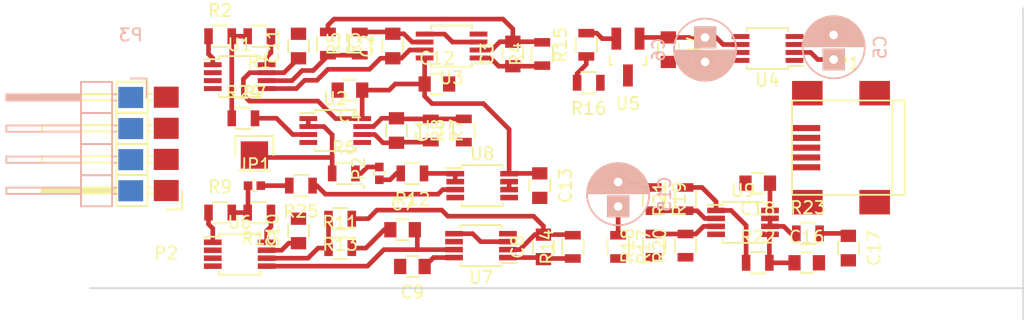
<source format=kicad_pcb>
(kicad_pcb (version 4) (host pcbnew 4.0.2+dfsg1-stable)

  (general
    (links 126)
    (no_connects 52)
    (area 124.496399 70.1364 208.355001 96.595001)
    (thickness 1.6)
    (drawings 4)
    (tracks 206)
    (zones 0)
    (modules 58)
    (nets 44)
  )

  (page A4)
  (layers
    (0 F.Cu signal)
    (31 B.Cu signal)
    (32 B.Adhes user)
    (33 F.Adhes user)
    (34 B.Paste user)
    (35 F.Paste user)
    (36 B.SilkS user hide)
    (37 F.SilkS user)
    (38 B.Mask user)
    (39 F.Mask user)
    (40 Dwgs.User user)
    (41 Cmts.User user)
    (42 Eco1.User user)
    (43 Eco2.User user)
    (44 Edge.Cuts user)
    (45 Margin user)
    (46 B.CrtYd user)
    (47 F.CrtYd user)
    (48 B.Fab user)
    (49 F.Fab user)
  )

  (setup
    (last_trace_width 0.381)
    (user_trace_width 0.3302)
    (user_trace_width 0.3556)
    (user_trace_width 0.381)
    (trace_clearance 0.2286)
    (zone_clearance 0.3048)
    (zone_45_only yes)
    (trace_min 0.2)
    (segment_width 0.2)
    (edge_width 0.15)
    (via_size 1.8)
    (via_drill 0.7)
    (via_min_size 0.4)
    (via_min_drill 0.3)
    (uvia_size 0.3)
    (uvia_drill 0.1)
    (uvias_allowed no)
    (uvia_min_size 0)
    (uvia_min_drill 0)
    (pcb_text_width 0.3)
    (pcb_text_size 1.5 1.5)
    (mod_edge_width 0.15)
    (mod_text_size 1 1)
    (mod_text_width 0.15)
    (pad_size 2.032 1.7272)
    (pad_drill 0)
    (pad_to_mask_clearance 0.2)
    (aux_axis_origin 0 0)
    (visible_elements 7FFEF7FF)
    (pcbplotparams
      (layerselection 0x010c0_80000001)
      (usegerberextensions false)
      (excludeedgelayer true)
      (linewidth 0.100000)
      (plotframeref false)
      (viasonmask true)
      (mode 1)
      (useauxorigin false)
      (hpglpennumber 1)
      (hpglpenspeed 20)
      (hpglpendiameter 15)
      (hpglpenoverlay 2)
      (psnegative false)
      (psa4output false)
      (plotreference true)
      (plotvalue true)
      (plotinvisibletext false)
      (padsonsilk false)
      (subtractmaskfromsilk false)
      (outputformat 2)
      (mirror false)
      (drillshape 0)
      (scaleselection 1)
      (outputdirectory Gerber/))
  )

  (net 0 "")
  (net 1 "Net-(C1-Pad1)")
  (net 2 "Net-(C2-Pad1)")
  (net 3 "Net-(C2-Pad2)")
  (net 4 "Net-(C3-Pad2)")
  (net 5 +5V)
  (net 6 GND)
  (net 7 "Net-(R1-Pad1)")
  (net 8 "Net-(R1-Pad2)")
  (net 9 "Net-(R2-Pad1)")
  (net 10 "Net-(R3-Pad2)")
  (net 11 /filtro)
  (net 12 /OUT_ch1)
  (net 13 +BATT)
  (net 14 "Net-(C7-Pad1)")
  (net 15 "Net-(C7-Pad2)")
  (net 16 /OUT_ch2)
  (net 17 "Net-(C8-Pad2)")
  (net 18 "Net-(JP1-Pad1)")
  (net 19 "Net-(JP1-Pad2)")
  (net 20 "Net-(JP2-Pad1)")
  (net 21 /RA_ch1)
  (net 22 /RA_ch2)
  (net 23 /RL)
  (net 24 /LL_ch1)
  (net 25 /LL_ch2)
  (net 26 "Net-(R9-Pad1)")
  (net 27 "Net-(R10-Pad1)")
  (net 28 "Net-(R11-Pad1)")
  (net 29 /REF)
  (net 30 /SHIELD)
  (net 31 "Net-(R12-Pad1)")
  (net 32 "Net-(U8-Pad6)")
  (net 33 "Net-(R15-Pad2)")
  (net 34 /Mic)
  (net 35 "Net-(C15-Pad2)")
  (net 36 "Net-(C16-Pad1)")
  (net 37 /OUT_Mic)
  (net 38 "Net-(R18-Pad2)")
  (net 39 "Net-(R19-Pad2)")
  (net 40 "Net-(R21-Pad2)")
  (net 41 "Net-(R23-Pad1)")
  (net 42 "Net-(R24-Pad2)")
  (net 43 "Net-(R25-Pad1)")

  (net_class Default "This is the default net class."
    (clearance 0.2286)
    (trace_width 0.3048)
    (via_dia 1.8)
    (via_drill 0.7)
    (uvia_dia 0.3)
    (uvia_drill 0.1)
    (add_net +5V)
    (add_net +BATT)
    (add_net /LL_ch1)
    (add_net /LL_ch2)
    (add_net /Mic)
    (add_net /OUT_Mic)
    (add_net /OUT_ch1)
    (add_net /OUT_ch2)
    (add_net /RA_ch1)
    (add_net /RA_ch2)
    (add_net /REF)
    (add_net /RL)
    (add_net /SHIELD)
    (add_net /filtro)
    (add_net GND)
    (add_net "Net-(C1-Pad1)")
    (add_net "Net-(C15-Pad2)")
    (add_net "Net-(C16-Pad1)")
    (add_net "Net-(C2-Pad1)")
    (add_net "Net-(C2-Pad2)")
    (add_net "Net-(C3-Pad2)")
    (add_net "Net-(C7-Pad1)")
    (add_net "Net-(C7-Pad2)")
    (add_net "Net-(C8-Pad2)")
    (add_net "Net-(JP1-Pad1)")
    (add_net "Net-(JP1-Pad2)")
    (add_net "Net-(JP2-Pad1)")
    (add_net "Net-(R1-Pad1)")
    (add_net "Net-(R1-Pad2)")
    (add_net "Net-(R10-Pad1)")
    (add_net "Net-(R11-Pad1)")
    (add_net "Net-(R12-Pad1)")
    (add_net "Net-(R15-Pad2)")
    (add_net "Net-(R18-Pad2)")
    (add_net "Net-(R19-Pad2)")
    (add_net "Net-(R2-Pad1)")
    (add_net "Net-(R21-Pad2)")
    (add_net "Net-(R23-Pad1)")
    (add_net "Net-(R24-Pad2)")
    (add_net "Net-(R25-Pad1)")
    (add_net "Net-(R3-Pad2)")
    (add_net "Net-(R9-Pad1)")
    (add_net "Net-(U8-Pad6)")
  )

  (module Capacitors_SMD:C_0805 (layer F.Cu) (tedit 5415D6EA) (tstamp 55C7DA51)
    (at 157.1 81.1 270)
    (descr "Capacitor SMD 0805, reflow soldering, AVX (see smccp.pdf)")
    (tags "capacitor 0805")
    (path /55C7A003)
    (attr smd)
    (fp_text reference C1 (at 0 -2.1 270) (layer F.SilkS)
      (effects (font (size 1 1) (thickness 0.15)))
    )
    (fp_text value 10n (at 0 2.1 270) (layer F.Fab)
      (effects (font (size 1 1) (thickness 0.15)))
    )
    (fp_line (start -1.8 -1) (end 1.8 -1) (layer F.CrtYd) (width 0.05))
    (fp_line (start -1.8 1) (end 1.8 1) (layer F.CrtYd) (width 0.05))
    (fp_line (start -1.8 -1) (end -1.8 1) (layer F.CrtYd) (width 0.05))
    (fp_line (start 1.8 -1) (end 1.8 1) (layer F.CrtYd) (width 0.05))
    (fp_line (start 0.5 -0.85) (end -0.5 -0.85) (layer F.SilkS) (width 0.15))
    (fp_line (start -0.5 0.85) (end 0.5 0.85) (layer F.SilkS) (width 0.15))
    (pad 1 smd rect (at -1 0 270) (size 1 1.25) (layers F.Cu F.Paste F.Mask)
      (net 1 "Net-(C1-Pad1)"))
    (pad 2 smd rect (at 1 0 270) (size 1 1.25) (layers F.Cu F.Paste F.Mask)
      (net 11 /filtro))
    (model Capacitors_SMD.3dshapes/C_0805.wrl
      (at (xyz 0 0 0))
      (scale (xyz 1 1 1))
      (rotate (xyz 0 0 0))
    )
  )

  (module Capacitors_SMD:C_0805 (layer F.Cu) (tedit 5415D6EA) (tstamp 55C7DA5D)
    (at 166.6 74.85 90)
    (descr "Capacitor SMD 0805, reflow soldering, AVX (see smccp.pdf)")
    (tags "capacitor 0805")
    (path /55C7D2B0)
    (attr smd)
    (fp_text reference C3 (at 0 -2.1 90) (layer F.SilkS)
      (effects (font (size 1 1) (thickness 0.15)))
    )
    (fp_text value 330n (at 0 2.1 90) (layer F.Fab)
      (effects (font (size 1 1) (thickness 0.15)))
    )
    (fp_line (start -1.8 -1) (end 1.8 -1) (layer F.CrtYd) (width 0.05))
    (fp_line (start -1.8 1) (end 1.8 1) (layer F.CrtYd) (width 0.05))
    (fp_line (start -1.8 -1) (end -1.8 1) (layer F.CrtYd) (width 0.05))
    (fp_line (start 1.8 -1) (end 1.8 1) (layer F.CrtYd) (width 0.05))
    (fp_line (start 0.5 -0.85) (end -0.5 -0.85) (layer F.SilkS) (width 0.15))
    (fp_line (start -0.5 0.85) (end 0.5 0.85) (layer F.SilkS) (width 0.15))
    (pad 1 smd rect (at -1 0 90) (size 1 1.25) (layers F.Cu F.Paste F.Mask)
      (net 12 /OUT_ch1))
    (pad 2 smd rect (at 1 0 90) (size 1 1.25) (layers F.Cu F.Paste F.Mask)
      (net 4 "Net-(C3-Pad2)"))
    (model Capacitors_SMD.3dshapes/C_0805.wrl
      (at (xyz 0 0 0))
      (scale (xyz 1 1 1))
      (rotate (xyz 0 0 0))
    )
  )

  (module Capacitors_SMD:C_0805 (layer F.Cu) (tedit 5415D6EA) (tstamp 55C7DA63)
    (at 153.3 77.8 180)
    (descr "Capacitor SMD 0805, reflow soldering, AVX (see smccp.pdf)")
    (tags "capacitor 0805")
    (path /56FF199E)
    (attr smd)
    (fp_text reference C4 (at 0 -2.1 180) (layer F.SilkS)
      (effects (font (size 1 1) (thickness 0.15)))
    )
    (fp_text value 0.1u (at 0 2.1 180) (layer F.Fab)
      (effects (font (size 1 1) (thickness 0.15)))
    )
    (fp_line (start -1.8 -1) (end 1.8 -1) (layer F.CrtYd) (width 0.05))
    (fp_line (start -1.8 1) (end 1.8 1) (layer F.CrtYd) (width 0.05))
    (fp_line (start -1.8 -1) (end -1.8 1) (layer F.CrtYd) (width 0.05))
    (fp_line (start 1.8 -1) (end 1.8 1) (layer F.CrtYd) (width 0.05))
    (fp_line (start 0.5 -0.85) (end -0.5 -0.85) (layer F.SilkS) (width 0.15))
    (fp_line (start -0.5 0.85) (end 0.5 0.85) (layer F.SilkS) (width 0.15))
    (pad 1 smd rect (at -1 0 180) (size 1 1.25) (layers F.Cu F.Paste F.Mask)
      (net 5 +5V))
    (pad 2 smd rect (at 1 0 180) (size 1 1.25) (layers F.Cu F.Paste F.Mask)
      (net 6 GND))
    (model Capacitors_SMD.3dshapes/C_0805.wrl
      (at (xyz 0 0 0))
      (scale (xyz 1 1 1))
      (rotate (xyz 0 0 0))
    )
  )

  (module Resistors_SMD:R_0805 (layer F.Cu) (tedit 5415CDEB) (tstamp 55C7DA9A)
    (at 145.9 73.4 180)
    (descr "Resistor SMD 0805, reflow soldering, Vishay (see dcrcw.pdf)")
    (tags "resistor 0805")
    (path /55C795DC)
    (attr smd)
    (fp_text reference R1 (at 0 -2.1 180) (layer F.SilkS)
      (effects (font (size 1 1) (thickness 0.15)))
    )
    (fp_text value 12k (at 0 2.1 180) (layer F.Fab)
      (effects (font (size 1 1) (thickness 0.15)))
    )
    (fp_line (start -1.6 -1) (end 1.6 -1) (layer F.CrtYd) (width 0.05))
    (fp_line (start -1.6 1) (end 1.6 1) (layer F.CrtYd) (width 0.05))
    (fp_line (start -1.6 -1) (end -1.6 1) (layer F.CrtYd) (width 0.05))
    (fp_line (start 1.6 -1) (end 1.6 1) (layer F.CrtYd) (width 0.05))
    (fp_line (start 0.6 0.875) (end -0.6 0.875) (layer F.SilkS) (width 0.15))
    (fp_line (start -0.6 -0.875) (end 0.6 -0.875) (layer F.SilkS) (width 0.15))
    (pad 1 smd rect (at -0.95 0 180) (size 0.7 1.3) (layers F.Cu F.Paste F.Mask)
      (net 7 "Net-(R1-Pad1)"))
    (pad 2 smd rect (at 0.95 0 180) (size 0.7 1.3) (layers F.Cu F.Paste F.Mask)
      (net 8 "Net-(R1-Pad2)"))
    (model Resistors_SMD.3dshapes/R_0805.wrl
      (at (xyz 0 0 0))
      (scale (xyz 1 1 1))
      (rotate (xyz 0 0 0))
    )
  )

  (module Resistors_SMD:R_0805 (layer F.Cu) (tedit 5415CDEB) (tstamp 55C7DAA0)
    (at 142.7 73.4)
    (descr "Resistor SMD 0805, reflow soldering, Vishay (see dcrcw.pdf)")
    (tags "resistor 0805")
    (path /55C7955F)
    (attr smd)
    (fp_text reference R2 (at 0 -2.1) (layer F.SilkS)
      (effects (font (size 1 1) (thickness 0.15)))
    )
    (fp_text value 12k (at 0 2.1) (layer F.Fab)
      (effects (font (size 1 1) (thickness 0.15)))
    )
    (fp_line (start -1.6 -1) (end 1.6 -1) (layer F.CrtYd) (width 0.05))
    (fp_line (start -1.6 1) (end 1.6 1) (layer F.CrtYd) (width 0.05))
    (fp_line (start -1.6 -1) (end -1.6 1) (layer F.CrtYd) (width 0.05))
    (fp_line (start 1.6 -1) (end 1.6 1) (layer F.CrtYd) (width 0.05))
    (fp_line (start 0.6 0.875) (end -0.6 0.875) (layer F.SilkS) (width 0.15))
    (fp_line (start -0.6 -0.875) (end 0.6 -0.875) (layer F.SilkS) (width 0.15))
    (pad 1 smd rect (at -0.95 0) (size 0.7 1.3) (layers F.Cu F.Paste F.Mask)
      (net 9 "Net-(R2-Pad1)"))
    (pad 2 smd rect (at 0.95 0) (size 0.7 1.3) (layers F.Cu F.Paste F.Mask)
      (net 8 "Net-(R1-Pad2)"))
    (model Resistors_SMD.3dshapes/R_0805.wrl
      (at (xyz 0 0 0))
      (scale (xyz 1 1 1))
      (rotate (xyz 0 0 0))
    )
  )

  (module Resistors_SMD:R_0805 (layer F.Cu) (tedit 5415CDEB) (tstamp 55C7DAA6)
    (at 151.5 74 270)
    (descr "Resistor SMD 0805, reflow soldering, Vishay (see dcrcw.pdf)")
    (tags "resistor 0805")
    (path /55C7AC89)
    (attr smd)
    (fp_text reference R3 (at 0 -2.1 270) (layer F.SilkS)
      (effects (font (size 1 1) (thickness 0.15)))
    )
    (fp_text value 100 (at 0 2.1 270) (layer F.Fab)
      (effects (font (size 1 1) (thickness 0.15)))
    )
    (fp_line (start -1.6 -1) (end 1.6 -1) (layer F.CrtYd) (width 0.05))
    (fp_line (start -1.6 1) (end 1.6 1) (layer F.CrtYd) (width 0.05))
    (fp_line (start -1.6 -1) (end -1.6 1) (layer F.CrtYd) (width 0.05))
    (fp_line (start 1.6 -1) (end 1.6 1) (layer F.CrtYd) (width 0.05))
    (fp_line (start 0.6 0.875) (end -0.6 0.875) (layer F.SilkS) (width 0.15))
    (fp_line (start -0.6 -0.875) (end 0.6 -0.875) (layer F.SilkS) (width 0.15))
    (pad 1 smd rect (at -0.95 0 270) (size 0.7 1.3) (layers F.Cu F.Paste F.Mask)
      (net 4 "Net-(C3-Pad2)"))
    (pad 2 smd rect (at 0.95 0 270) (size 0.7 1.3) (layers F.Cu F.Paste F.Mask)
      (net 10 "Net-(R3-Pad2)"))
    (model Resistors_SMD.3dshapes/R_0805.wrl
      (at (xyz 0 0 0))
      (scale (xyz 1 1 1))
      (rotate (xyz 0 0 0))
    )
  )

  (module Resistors_SMD:R_0805 (layer F.Cu) (tedit 5415CDEB) (tstamp 55C7DAAC)
    (at 169 74.85 90)
    (descr "Resistor SMD 0805, reflow soldering, Vishay (see dcrcw.pdf)")
    (tags "resistor 0805")
    (path /55C7D19F)
    (attr smd)
    (fp_text reference R4 (at 0 -2.1 90) (layer F.SilkS)
      (effects (font (size 1 1) (thickness 0.15)))
    )
    (fp_text value 10k (at 0 2.1 90) (layer F.Fab)
      (effects (font (size 1 1) (thickness 0.15)))
    )
    (fp_line (start -1.6 -1) (end 1.6 -1) (layer F.CrtYd) (width 0.05))
    (fp_line (start -1.6 1) (end 1.6 1) (layer F.CrtYd) (width 0.05))
    (fp_line (start -1.6 -1) (end -1.6 1) (layer F.CrtYd) (width 0.05))
    (fp_line (start 1.6 -1) (end 1.6 1) (layer F.CrtYd) (width 0.05))
    (fp_line (start 0.6 0.875) (end -0.6 0.875) (layer F.SilkS) (width 0.15))
    (fp_line (start -0.6 -0.875) (end 0.6 -0.875) (layer F.SilkS) (width 0.15))
    (pad 1 smd rect (at -0.95 0 90) (size 0.7 1.3) (layers F.Cu F.Paste F.Mask)
      (net 12 /OUT_ch1))
    (pad 2 smd rect (at 0.95 0 90) (size 0.7 1.3) (layers F.Cu F.Paste F.Mask)
      (net 4 "Net-(C3-Pad2)"))
    (model Resistors_SMD.3dshapes/R_0805.wrl
      (at (xyz 0 0 0))
      (scale (xyz 1 1 1))
      (rotate (xyz 0 0 0))
    )
  )

  (module Resistors_SMD:R_0805 (layer F.Cu) (tedit 5415CDEB) (tstamp 55C7DAB2)
    (at 154.1 74 90)
    (descr "Resistor SMD 0805, reflow soldering, Vishay (see dcrcw.pdf)")
    (tags "resistor 0805")
    (path /55C7A9F4)
    (attr smd)
    (fp_text reference R5 (at 0 -2.1 90) (layer F.SilkS)
      (effects (font (size 1 1) (thickness 0.15)))
    )
    (fp_text value 330k (at 0 2.1 90) (layer F.Fab)
      (effects (font (size 1 1) (thickness 0.15)))
    )
    (fp_line (start -1.6 -1) (end 1.6 -1) (layer F.CrtYd) (width 0.05))
    (fp_line (start -1.6 1) (end 1.6 1) (layer F.CrtYd) (width 0.05))
    (fp_line (start -1.6 -1) (end -1.6 1) (layer F.CrtYd) (width 0.05))
    (fp_line (start 1.6 -1) (end 1.6 1) (layer F.CrtYd) (width 0.05))
    (fp_line (start 0.6 0.875) (end -0.6 0.875) (layer F.SilkS) (width 0.15))
    (fp_line (start -0.6 -0.875) (end 0.6 -0.875) (layer F.SilkS) (width 0.15))
    (pad 1 smd rect (at -0.95 0 90) (size 0.7 1.3) (layers F.Cu F.Paste F.Mask)
      (net 10 "Net-(R3-Pad2)"))
    (pad 2 smd rect (at 0.95 0 90) (size 0.7 1.3) (layers F.Cu F.Paste F.Mask)
      (net 3 "Net-(C2-Pad2)"))
    (model Resistors_SMD.3dshapes/R_0805.wrl
      (at (xyz 0 0 0))
      (scale (xyz 1 1 1))
      (rotate (xyz 0 0 0))
    )
  )

  (module Resistors_SMD:R_0805 (layer F.Cu) (tedit 5415CDEB) (tstamp 55C7DAB8)
    (at 152.8 84.6)
    (descr "Resistor SMD 0805, reflow soldering, Vishay (see dcrcw.pdf)")
    (tags "resistor 0805")
    (path /55C79B61)
    (attr smd)
    (fp_text reference R6 (at 0 -2.1) (layer F.SilkS)
      (effects (font (size 1 1) (thickness 0.15)))
    )
    (fp_text value 10k (at 0 2.1) (layer F.Fab)
      (effects (font (size 1 1) (thickness 0.15)))
    )
    (fp_line (start -1.6 -1) (end 1.6 -1) (layer F.CrtYd) (width 0.05))
    (fp_line (start -1.6 1) (end 1.6 1) (layer F.CrtYd) (width 0.05))
    (fp_line (start -1.6 -1) (end -1.6 1) (layer F.CrtYd) (width 0.05))
    (fp_line (start 1.6 -1) (end 1.6 1) (layer F.CrtYd) (width 0.05))
    (fp_line (start 0.6 0.875) (end -0.6 0.875) (layer F.SilkS) (width 0.15))
    (fp_line (start -0.6 -0.875) (end 0.6 -0.875) (layer F.SilkS) (width 0.15))
    (pad 1 smd rect (at -0.95 0) (size 0.7 1.3) (layers F.Cu F.Paste F.Mask)
      (net 30 /SHIELD))
    (pad 2 smd rect (at 0.95 0) (size 0.7 1.3) (layers F.Cu F.Paste F.Mask)
      (net 11 /filtro))
    (model Resistors_SMD.3dshapes/R_0805.wrl
      (at (xyz 0 0 0))
      (scale (xyz 1 1 1))
      (rotate (xyz 0 0 0))
    )
  )

  (module Resistors_SMD:R_0805 (layer F.Cu) (tedit 5415CDEB) (tstamp 55C7DABE)
    (at 159.9 81.1 270)
    (descr "Resistor SMD 0805, reflow soldering, Vishay (see dcrcw.pdf)")
    (tags "resistor 0805")
    (path /55C79F39)
    (attr smd)
    (fp_text reference R7 (at 0 -2.1 270) (layer F.SilkS)
      (effects (font (size 1 1) (thickness 0.15)))
    )
    (fp_text value 2.2k (at 0 2.1 270) (layer F.Fab)
      (effects (font (size 1 1) (thickness 0.15)))
    )
    (fp_line (start -1.6 -1) (end 1.6 -1) (layer F.CrtYd) (width 0.05))
    (fp_line (start -1.6 1) (end 1.6 1) (layer F.CrtYd) (width 0.05))
    (fp_line (start -1.6 -1) (end -1.6 1) (layer F.CrtYd) (width 0.05))
    (fp_line (start 1.6 -1) (end 1.6 1) (layer F.CrtYd) (width 0.05))
    (fp_line (start 0.6 0.875) (end -0.6 0.875) (layer F.SilkS) (width 0.15))
    (fp_line (start -0.6 -0.875) (end 0.6 -0.875) (layer F.SilkS) (width 0.15))
    (pad 1 smd rect (at -0.95 0 270) (size 0.7 1.3) (layers F.Cu F.Paste F.Mask)
      (net 1 "Net-(C1-Pad1)"))
    (pad 2 smd rect (at 0.95 0 270) (size 0.7 1.3) (layers F.Cu F.Paste F.Mask)
      (net 11 /filtro))
    (model Resistors_SMD.3dshapes/R_0805.wrl
      (at (xyz 0 0 0))
      (scale (xyz 1 1 1))
      (rotate (xyz 0 0 0))
    )
  )

  (module Resistors_SMD:R_0805 (layer F.Cu) (tedit 5415CDEB) (tstamp 55C7DAC4)
    (at 162.6 81.1 90)
    (descr "Resistor SMD 0805, reflow soldering, Vishay (see dcrcw.pdf)")
    (tags "resistor 0805")
    (path /55C7F643)
    (attr smd)
    (fp_text reference R8 (at 0 -2.1 90) (layer F.SilkS)
      (effects (font (size 1 1) (thickness 0.15)))
    )
    (fp_text value 100k (at 0 2.1 90) (layer F.Fab)
      (effects (font (size 1 1) (thickness 0.15)))
    )
    (fp_line (start -1.6 -1) (end 1.6 -1) (layer F.CrtYd) (width 0.05))
    (fp_line (start -1.6 1) (end 1.6 1) (layer F.CrtYd) (width 0.05))
    (fp_line (start -1.6 -1) (end -1.6 1) (layer F.CrtYd) (width 0.05))
    (fp_line (start 1.6 -1) (end 1.6 1) (layer F.CrtYd) (width 0.05))
    (fp_line (start 0.6 0.875) (end -0.6 0.875) (layer F.SilkS) (width 0.15))
    (fp_line (start -0.6 -0.875) (end 0.6 -0.875) (layer F.SilkS) (width 0.15))
    (pad 1 smd rect (at -0.95 0 90) (size 0.7 1.3) (layers F.Cu F.Paste F.Mask)
      (net 23 /RL))
    (pad 2 smd rect (at 0.95 0 90) (size 0.7 1.3) (layers F.Cu F.Paste F.Mask)
      (net 1 "Net-(C1-Pad1)"))
    (model Resistors_SMD.3dshapes/R_0805.wrl
      (at (xyz 0 0 0))
      (scale (xyz 1 1 1))
      (rotate (xyz 0 0 0))
    )
  )

  (module Housings_SSOP:MSOP-8_3x3mm_Pitch0.65mm (layer F.Cu) (tedit 55F8E829) (tstamp 55C7DAD0)
    (at 144.3 76.7)
    (descr "8-Lead Plastic Micro Small Outline Package (MS) [MSOP] (see Microchip Packaging Specification 00000049BS.pdf)")
    (tags "SSOP 0.65")
    (path /55C79378)
    (attr smd)
    (fp_text reference U1 (at 0 -2.6) (layer F.SilkS)
      (effects (font (size 1 1) (thickness 0.15)))
    )
    (fp_text value INA333 (at 0 2.6) (layer F.Fab)
      (effects (font (size 1 1) (thickness 0.15)))
    )
    (fp_line (start -3.2 -1.85) (end -3.2 1.85) (layer F.CrtYd) (width 0.05))
    (fp_line (start 3.2 -1.85) (end 3.2 1.85) (layer F.CrtYd) (width 0.05))
    (fp_line (start -3.2 -1.85) (end 3.2 -1.85) (layer F.CrtYd) (width 0.05))
    (fp_line (start -3.2 1.85) (end 3.2 1.85) (layer F.CrtYd) (width 0.05))
    (fp_line (start -1.675 -1.675) (end -1.675 -1.425) (layer F.SilkS) (width 0.15))
    (fp_line (start 1.675 -1.675) (end 1.675 -1.425) (layer F.SilkS) (width 0.15))
    (fp_line (start 1.675 1.675) (end 1.675 1.425) (layer F.SilkS) (width 0.15))
    (fp_line (start -1.675 1.675) (end -1.675 1.425) (layer F.SilkS) (width 0.15))
    (fp_line (start -1.675 -1.675) (end 1.675 -1.675) (layer F.SilkS) (width 0.15))
    (fp_line (start -1.675 1.675) (end 1.675 1.675) (layer F.SilkS) (width 0.15))
    (fp_line (start -1.675 -1.425) (end -2.925 -1.425) (layer F.SilkS) (width 0.15))
    (pad 1 smd rect (at -2.2 -0.975) (size 1.45 0.4064) (layers F.Cu F.Paste F.Mask)
      (net 9 "Net-(R2-Pad1)"))
    (pad 2 smd rect (at -2.2 -0.325) (size 1.45 0.4064) (layers F.Cu F.Paste F.Mask)
      (net 24 /LL_ch1))
    (pad 3 smd rect (at -2.2 0.325) (size 1.45 0.4064) (layers F.Cu F.Paste F.Mask)
      (net 21 /RA_ch1))
    (pad 4 smd rect (at -2.2 0.975) (size 1.45 0.4064) (layers F.Cu F.Paste F.Mask)
      (net 6 GND))
    (pad 5 smd rect (at 2.2 0.975) (size 1.45 0.4064) (layers F.Cu F.Paste F.Mask)
      (net 2 "Net-(C2-Pad1)"))
    (pad 6 smd rect (at 2.2 0.325) (size 1.45 0.4064) (layers F.Cu F.Paste F.Mask)
      (net 10 "Net-(R3-Pad2)"))
    (pad 7 smd rect (at 2.2 -0.325) (size 1.45 0.4064) (layers F.Cu F.Paste F.Mask)
      (net 5 +5V))
    (pad 8 smd rect (at 2.2 -0.975) (size 1.45 0.4064) (layers F.Cu F.Paste F.Mask)
      (net 7 "Net-(R1-Pad1)"))
    (model Housings_SSOP.3dshapes/MSOP-8_3x3mm_Pitch0.65mm.wrl
      (at (xyz 0 0 0))
      (scale (xyz 1 1 1))
      (rotate (xyz 0 0 0))
    )
  )

  (module Housings_SSOP:MSOP-8_3x3mm_Pitch0.65mm (layer F.Cu) (tedit 55F8E88D) (tstamp 55C7DADC)
    (at 152.1 81.1)
    (descr "8-Lead Plastic Micro Small Outline Package (MS) [MSOP] (see Microchip Packaging Specification 00000049BS.pdf)")
    (tags "SSOP 0.65")
    (path /55C79960)
    (attr smd)
    (fp_text reference U2 (at 0 -2.6 180) (layer F.SilkS)
      (effects (font (size 1 1) (thickness 0.15)))
    )
    (fp_text value OPA2335 (at 0 2.6) (layer F.Fab)
      (effects (font (size 1 1) (thickness 0.15)))
    )
    (fp_line (start -3.2 -1.85) (end -3.2 1.85) (layer F.CrtYd) (width 0.05))
    (fp_line (start 3.2 -1.85) (end 3.2 1.85) (layer F.CrtYd) (width 0.05))
    (fp_line (start -3.2 -1.85) (end 3.2 -1.85) (layer F.CrtYd) (width 0.05))
    (fp_line (start -3.2 1.85) (end 3.2 1.85) (layer F.CrtYd) (width 0.05))
    (fp_line (start -1.675 -1.675) (end -1.675 -1.425) (layer F.SilkS) (width 0.15))
    (fp_line (start 1.675 -1.675) (end 1.675 -1.425) (layer F.SilkS) (width 0.15))
    (fp_line (start 1.675 1.675) (end 1.675 1.425) (layer F.SilkS) (width 0.15))
    (fp_line (start -1.675 1.675) (end -1.675 1.425) (layer F.SilkS) (width 0.15))
    (fp_line (start -1.675 -1.675) (end 1.675 -1.675) (layer F.SilkS) (width 0.15))
    (fp_line (start -1.675 1.675) (end 1.675 1.675) (layer F.SilkS) (width 0.15))
    (fp_line (start -1.675 -1.425) (end -2.925 -1.425) (layer F.SilkS) (width 0.15))
    (pad 1 smd rect (at -2.2 -0.975) (size 1.45 0.4064) (layers F.Cu F.Paste F.Mask)
      (net 30 /SHIELD))
    (pad 2 smd rect (at -2.2 -0.325) (size 1.45 0.4064) (layers F.Cu F.Paste F.Mask)
      (net 30 /SHIELD))
    (pad 3 smd rect (at -2.2 0.325) (size 1.45 0.4064) (layers F.Cu F.Paste F.Mask)
      (net 42 "Net-(R24-Pad2)"))
    (pad 4 smd rect (at -2.2 0.975) (size 1.45 0.4064) (layers F.Cu F.Paste F.Mask)
      (net 6 GND))
    (pad 5 smd rect (at 2.2 0.975) (size 1.45 0.4064) (layers F.Cu F.Paste F.Mask)
      (net 29 /REF))
    (pad 6 smd rect (at 2.2 0.325) (size 1.45 0.4064) (layers F.Cu F.Paste F.Mask)
      (net 11 /filtro))
    (pad 7 smd rect (at 2.2 -0.325) (size 1.45 0.4064) (layers F.Cu F.Paste F.Mask)
      (net 1 "Net-(C1-Pad1)"))
    (pad 8 smd rect (at 2.2 -0.975) (size 1.45 0.4064) (layers F.Cu F.Paste F.Mask)
      (net 5 +5V))
    (model Housings_SSOP.3dshapes/MSOP-8_3x3mm_Pitch0.65mm.wrl
      (at (xyz 0 0 0))
      (scale (xyz 1 1 1))
      (rotate (xyz 0 0 0))
    )
  )

  (module Housings_SSOP:MSOP-8_3x3mm_Pitch0.65mm (layer F.Cu) (tedit 55F8E9AC) (tstamp 55C7DAE8)
    (at 161.6 74.2 180)
    (descr "8-Lead Plastic Micro Small Outline Package (MS) [MSOP] (see Microchip Packaging Specification 00000049BS.pdf)")
    (tags "SSOP 0.65")
    (path /55C7A4DF)
    (attr smd)
    (fp_text reference U3 (at 0 -2.6 180) (layer F.SilkS)
      (effects (font (size 1 1) (thickness 0.15)))
    )
    (fp_text value OPA2335 (at 0 2.6 180) (layer F.Fab)
      (effects (font (size 1 1) (thickness 0.15)))
    )
    (fp_line (start -3.2 -1.85) (end -3.2 1.85) (layer F.CrtYd) (width 0.05))
    (fp_line (start 3.2 -1.85) (end 3.2 1.85) (layer F.CrtYd) (width 0.05))
    (fp_line (start -3.2 -1.85) (end 3.2 -1.85) (layer F.CrtYd) (width 0.05))
    (fp_line (start -3.2 1.85) (end 3.2 1.85) (layer F.CrtYd) (width 0.05))
    (fp_line (start -1.675 -1.675) (end -1.675 -1.425) (layer F.SilkS) (width 0.15))
    (fp_line (start 1.675 -1.675) (end 1.675 -1.425) (layer F.SilkS) (width 0.15))
    (fp_line (start 1.675 1.675) (end 1.675 1.425) (layer F.SilkS) (width 0.15))
    (fp_line (start -1.675 1.675) (end -1.675 1.425) (layer F.SilkS) (width 0.15))
    (fp_line (start -1.675 -1.675) (end 1.675 -1.675) (layer F.SilkS) (width 0.15))
    (fp_line (start -1.675 1.675) (end 1.675 1.675) (layer F.SilkS) (width 0.15))
    (fp_line (start -1.675 -1.425) (end -2.925 -1.425) (layer F.SilkS) (width 0.15))
    (pad 1 smd rect (at -2.2 -0.975 180) (size 1.45 0.4064) (layers F.Cu F.Paste F.Mask)
      (net 12 /OUT_ch1))
    (pad 2 smd rect (at -2.2 -0.325 180) (size 1.45 0.4064) (layers F.Cu F.Paste F.Mask)
      (net 4 "Net-(C3-Pad2)"))
    (pad 3 smd rect (at -2.2 0.325 180) (size 1.45 0.4064) (layers F.Cu F.Paste F.Mask)
      (net 29 /REF))
    (pad 4 smd rect (at -2.2 0.975 180) (size 1.45 0.4064) (layers F.Cu F.Paste F.Mask)
      (net 6 GND))
    (pad 5 smd rect (at 2.2 0.975 180) (size 1.45 0.4064) (layers F.Cu F.Paste F.Mask)
      (net 29 /REF))
    (pad 6 smd rect (at 2.2 0.325 180) (size 1.45 0.4064) (layers F.Cu F.Paste F.Mask)
      (net 3 "Net-(C2-Pad2)"))
    (pad 7 smd rect (at 2.2 -0.325 180) (size 1.45 0.4064) (layers F.Cu F.Paste F.Mask)
      (net 2 "Net-(C2-Pad1)"))
    (pad 8 smd rect (at 2.2 -0.975 180) (size 1.45 0.4064) (layers F.Cu F.Paste F.Mask)
      (net 5 +5V))
    (model Housings_SSOP.3dshapes/MSOP-8_3x3mm_Pitch0.65mm.wrl
      (at (xyz 0 0 0))
      (scale (xyz 1 1 1))
      (rotate (xyz 0 0 0))
    )
  )

  (module Housings_SSOP:MSOP-8_3x3mm_Pitch0.65mm (layer F.Cu) (tedit 55F8E963) (tstamp 55C7DAF4)
    (at 187.4 74.4 180)
    (descr "8-Lead Plastic Micro Small Outline Package (MS) [MSOP] (see Microchip Packaging Specification 00000049BS.pdf)")
    (tags "SSOP 0.65")
    (path /55C878C4)
    (attr smd)
    (fp_text reference U4 (at 0 -2.6 180) (layer F.SilkS)
      (effects (font (size 1 1) (thickness 0.15)))
    )
    (fp_text value REF5050 (at 0 2.6 180) (layer F.Fab)
      (effects (font (size 1 1) (thickness 0.15)))
    )
    (fp_line (start -3.2 -1.85) (end -3.2 1.85) (layer F.CrtYd) (width 0.05))
    (fp_line (start 3.2 -1.85) (end 3.2 1.85) (layer F.CrtYd) (width 0.05))
    (fp_line (start -3.2 -1.85) (end 3.2 -1.85) (layer F.CrtYd) (width 0.05))
    (fp_line (start -3.2 1.85) (end 3.2 1.85) (layer F.CrtYd) (width 0.05))
    (fp_line (start -1.675 -1.675) (end -1.675 -1.425) (layer F.SilkS) (width 0.15))
    (fp_line (start 1.675 -1.675) (end 1.675 -1.425) (layer F.SilkS) (width 0.15))
    (fp_line (start 1.675 1.675) (end 1.675 1.425) (layer F.SilkS) (width 0.15))
    (fp_line (start -1.675 1.675) (end -1.675 1.425) (layer F.SilkS) (width 0.15))
    (fp_line (start -1.675 -1.675) (end 1.675 -1.675) (layer F.SilkS) (width 0.15))
    (fp_line (start -1.675 1.675) (end 1.675 1.675) (layer F.SilkS) (width 0.15))
    (fp_line (start -1.675 -1.425) (end -2.925 -1.425) (layer F.SilkS) (width 0.15))
    (pad 1 smd rect (at -2.2 -0.975 180) (size 1.45 0.4064) (layers F.Cu F.Paste F.Mask))
    (pad 2 smd rect (at -2.2 -0.325 180) (size 1.45 0.4064) (layers F.Cu F.Paste F.Mask)
      (net 13 +BATT))
    (pad 3 smd rect (at -2.2 0.325 180) (size 1.45 0.4064) (layers F.Cu F.Paste F.Mask))
    (pad 4 smd rect (at -2.2 0.975 180) (size 1.45 0.4064) (layers F.Cu F.Paste F.Mask)
      (net 6 GND))
    (pad 5 smd rect (at 2.2 0.975 180) (size 1.45 0.4064) (layers F.Cu F.Paste F.Mask))
    (pad 6 smd rect (at 2.2 0.325 180) (size 1.45 0.4064) (layers F.Cu F.Paste F.Mask)
      (net 5 +5V))
    (pad 7 smd rect (at 2.2 -0.325 180) (size 1.45 0.4064) (layers F.Cu F.Paste F.Mask))
    (pad 8 smd rect (at 2.2 -0.975 180) (size 1.45 0.4064) (layers F.Cu F.Paste F.Mask))
    (model Housings_SSOP.3dshapes/MSOP-8_3x3mm_Pitch0.65mm.wrl
      (at (xyz 0 0 0))
      (scale (xyz 1 1 1))
      (rotate (xyz 0 0 0))
    )
  )

  (module Capacitors_SMD:C_0805 (layer F.Cu) (tedit 5415D6EA) (tstamp 55CA3865)
    (at 149.1 74.2 90)
    (descr "Capacitor SMD 0805, reflow soldering, AVX (see smccp.pdf)")
    (tags "capacitor 0805")
    (path /56FF186D)
    (attr smd)
    (fp_text reference C11 (at 0 -2.1 90) (layer F.SilkS)
      (effects (font (size 1 1) (thickness 0.15)))
    )
    (fp_text value 0.1u (at 0 2.1 90) (layer F.Fab)
      (effects (font (size 1 1) (thickness 0.15)))
    )
    (fp_line (start -1.8 -1) (end 1.8 -1) (layer F.CrtYd) (width 0.05))
    (fp_line (start -1.8 1) (end 1.8 1) (layer F.CrtYd) (width 0.05))
    (fp_line (start -1.8 -1) (end -1.8 1) (layer F.CrtYd) (width 0.05))
    (fp_line (start 1.8 -1) (end 1.8 1) (layer F.CrtYd) (width 0.05))
    (fp_line (start 0.5 -0.85) (end -0.5 -0.85) (layer F.SilkS) (width 0.15))
    (fp_line (start -0.5 0.85) (end 0.5 0.85) (layer F.SilkS) (width 0.15))
    (pad 1 smd rect (at -1 0 90) (size 1 1.25) (layers F.Cu F.Paste F.Mask)
      (net 5 +5V))
    (pad 2 smd rect (at 1 0 90) (size 1 1.25) (layers F.Cu F.Paste F.Mask)
      (net 6 GND))
    (model Capacitors_SMD.3dshapes/C_0805.wrl
      (at (xyz 0 0 0))
      (scale (xyz 1 1 1))
      (rotate (xyz 0 0 0))
    )
  )

  (module Capacitors_SMD:C_0805 (layer F.Cu) (tedit 5415D6EA) (tstamp 55CA3871)
    (at 160.4 77.3)
    (descr "Capacitor SMD 0805, reflow soldering, AVX (see smccp.pdf)")
    (tags "capacitor 0805")
    (path /56FF0144)
    (attr smd)
    (fp_text reference C12 (at 0 -2.1) (layer F.SilkS)
      (effects (font (size 1 1) (thickness 0.15)))
    )
    (fp_text value 0.1u (at 0 2.1) (layer F.Fab)
      (effects (font (size 1 1) (thickness 0.15)))
    )
    (fp_line (start -1.8 -1) (end 1.8 -1) (layer F.CrtYd) (width 0.05))
    (fp_line (start -1.8 1) (end 1.8 1) (layer F.CrtYd) (width 0.05))
    (fp_line (start -1.8 -1) (end -1.8 1) (layer F.CrtYd) (width 0.05))
    (fp_line (start 1.8 -1) (end 1.8 1) (layer F.CrtYd) (width 0.05))
    (fp_line (start 0.5 -0.85) (end -0.5 -0.85) (layer F.SilkS) (width 0.15))
    (fp_line (start -0.5 0.85) (end 0.5 0.85) (layer F.SilkS) (width 0.15))
    (pad 1 smd rect (at -1 0) (size 1 1.25) (layers F.Cu F.Paste F.Mask)
      (net 5 +5V))
    (pad 2 smd rect (at 1 0) (size 1 1.25) (layers F.Cu F.Paste F.Mask)
      (net 6 GND))
    (model Capacitors_SMD.3dshapes/C_0805.wrl
      (at (xyz 0 0 0))
      (scale (xyz 1 1 1))
      (rotate (xyz 0 0 0))
    )
  )

  (module Pin_Headers:Pin_Header_Straight_1x01 (layer F.Cu) (tedit 55DBD890) (tstamp 55CD0E4A)
    (at 145.5 83.1)
    (descr "Through hole pin header")
    (tags "pin header")
    (path /55CD1DFD)
    (fp_text reference P7 (at 0 -5.1) (layer F.SilkS)
      (effects (font (size 1 1) (thickness 0.15)))
    )
    (fp_text value Shield (at 0 -3.1) (layer F.Fab)
      (effects (font (size 1 1) (thickness 0.15)))
    )
    (fp_line (start 1.55 -1.55) (end 1.55 0) (layer F.SilkS) (width 0.15))
    (fp_line (start -1.75 -1.75) (end -1.75 1.75) (layer F.CrtYd) (width 0.05))
    (fp_line (start 1.75 -1.75) (end 1.75 1.75) (layer F.CrtYd) (width 0.05))
    (fp_line (start -1.75 -1.75) (end 1.75 -1.75) (layer F.CrtYd) (width 0.05))
    (fp_line (start -1.75 1.75) (end 1.75 1.75) (layer F.CrtYd) (width 0.05))
    (fp_line (start -1.55 0) (end -1.55 -1.55) (layer F.SilkS) (width 0.15))
    (fp_line (start -1.55 -1.55) (end 1.55 -1.55) (layer F.SilkS) (width 0.15))
    (fp_line (start -1.27 1.27) (end 1.27 1.27) (layer F.SilkS) (width 0.15))
    (pad 1 smd rect (at 0 0) (size 2.2352 2.2352) (layers F.Cu F.Paste F.Mask)
      (net 30 /SHIELD))
    (model Pin_Headers.3dshapes/Pin_Header_Straight_1x01.wrl
      (at (xyz 0 0 0))
      (scale (xyz 1 1 1))
      (rotate (xyz 0 0 90))
    )
  )

  (module Capacitors_ThroughHole:C_Radial_D5_L11_P2 (layer B.Cu) (tedit 55F8E647) (tstamp 55CD1D27)
    (at 192.8 75.3 90)
    (descr "Radial Electrolytic Capacitor 5mm x Length 11mm, Pitch 2mm")
    (tags "Electrolytic Capacitor")
    (path /564D717C)
    (fp_text reference C5 (at 1 3.8 90) (layer B.SilkS)
      (effects (font (size 1 1) (thickness 0.15)) (justify mirror))
    )
    (fp_text value 1u (at 1 -3.8 90) (layer B.Fab)
      (effects (font (size 1 1) (thickness 0.15)) (justify mirror))
    )
    (fp_line (start 1.075 2.499) (end 1.075 -2.499) (layer B.SilkS) (width 0.15))
    (fp_line (start 1.215 2.491) (end 1.215 0.154) (layer B.SilkS) (width 0.15))
    (fp_line (start 1.215 -0.154) (end 1.215 -2.491) (layer B.SilkS) (width 0.15))
    (fp_line (start 1.355 2.475) (end 1.355 0.473) (layer B.SilkS) (width 0.15))
    (fp_line (start 1.355 -0.473) (end 1.355 -2.475) (layer B.SilkS) (width 0.15))
    (fp_line (start 1.495 2.451) (end 1.495 0.62) (layer B.SilkS) (width 0.15))
    (fp_line (start 1.495 -0.62) (end 1.495 -2.451) (layer B.SilkS) (width 0.15))
    (fp_line (start 1.635 2.418) (end 1.635 0.712) (layer B.SilkS) (width 0.15))
    (fp_line (start 1.635 -0.712) (end 1.635 -2.418) (layer B.SilkS) (width 0.15))
    (fp_line (start 1.775 2.377) (end 1.775 0.768) (layer B.SilkS) (width 0.15))
    (fp_line (start 1.775 -0.768) (end 1.775 -2.377) (layer B.SilkS) (width 0.15))
    (fp_line (start 1.915 2.327) (end 1.915 0.795) (layer B.SilkS) (width 0.15))
    (fp_line (start 1.915 -0.795) (end 1.915 -2.327) (layer B.SilkS) (width 0.15))
    (fp_line (start 2.055 2.266) (end 2.055 0.798) (layer B.SilkS) (width 0.15))
    (fp_line (start 2.055 -0.798) (end 2.055 -2.266) (layer B.SilkS) (width 0.15))
    (fp_line (start 2.195 2.196) (end 2.195 0.776) (layer B.SilkS) (width 0.15))
    (fp_line (start 2.195 -0.776) (end 2.195 -2.196) (layer B.SilkS) (width 0.15))
    (fp_line (start 2.335 2.114) (end 2.335 0.726) (layer B.SilkS) (width 0.15))
    (fp_line (start 2.335 -0.726) (end 2.335 -2.114) (layer B.SilkS) (width 0.15))
    (fp_line (start 2.475 2.019) (end 2.475 0.644) (layer B.SilkS) (width 0.15))
    (fp_line (start 2.475 -0.644) (end 2.475 -2.019) (layer B.SilkS) (width 0.15))
    (fp_line (start 2.615 1.908) (end 2.615 0.512) (layer B.SilkS) (width 0.15))
    (fp_line (start 2.615 -0.512) (end 2.615 -1.908) (layer B.SilkS) (width 0.15))
    (fp_line (start 2.755 1.78) (end 2.755 0.265) (layer B.SilkS) (width 0.15))
    (fp_line (start 2.755 -0.265) (end 2.755 -1.78) (layer B.SilkS) (width 0.15))
    (fp_line (start 2.895 1.631) (end 2.895 -1.631) (layer B.SilkS) (width 0.15))
    (fp_line (start 3.035 1.452) (end 3.035 -1.452) (layer B.SilkS) (width 0.15))
    (fp_line (start 3.175 1.233) (end 3.175 -1.233) (layer B.SilkS) (width 0.15))
    (fp_line (start 3.315 0.944) (end 3.315 -0.944) (layer B.SilkS) (width 0.15))
    (fp_line (start 3.455 0.472) (end 3.455 -0.472) (layer B.SilkS) (width 0.15))
    (fp_circle (center 2 0) (end 2 0.8) (layer B.SilkS) (width 0.15))
    (fp_circle (center 1 0) (end 1 2.5375) (layer B.SilkS) (width 0.15))
    (fp_circle (center 1 0) (end 1 2.8) (layer B.CrtYd) (width 0.05))
    (pad 1 thru_hole rect (at 0 0 90) (size 1.8 1.8) (drill 0.7) (layers *.Cu *.Mask B.SilkS)
      (net 13 +BATT))
    (pad 2 thru_hole circle (at 2 0 90) (size 1.778 1.778) (drill 0.7) (layers *.Cu *.Mask B.SilkS)
      (net 6 GND))
    (model Capacitors_ThroughHole.3dshapes/C_Radial_D5_L11_P2.wrl
      (at (xyz 0 0 0))
      (scale (xyz 1 1 1))
      (rotate (xyz 0 0 0))
    )
  )

  (module Capacitors_ThroughHole:C_Radial_D5_L11_P2 (layer B.Cu) (tedit 55F8E653) (tstamp 55CD1D2D)
    (at 182.3 73.5 270)
    (descr "Radial Electrolytic Capacitor 5mm x Length 11mm, Pitch 2mm")
    (tags "Electrolytic Capacitor")
    (path /564D71E7)
    (fp_text reference C6 (at 1 3.8 270) (layer B.SilkS)
      (effects (font (size 1 1) (thickness 0.15)) (justify mirror))
    )
    (fp_text value 22u (at 1 -3.8 270) (layer B.Fab)
      (effects (font (size 1 1) (thickness 0.15)) (justify mirror))
    )
    (fp_line (start 1.075 2.499) (end 1.075 -2.499) (layer B.SilkS) (width 0.15))
    (fp_line (start 1.215 2.491) (end 1.215 0.154) (layer B.SilkS) (width 0.15))
    (fp_line (start 1.215 -0.154) (end 1.215 -2.491) (layer B.SilkS) (width 0.15))
    (fp_line (start 1.355 2.475) (end 1.355 0.473) (layer B.SilkS) (width 0.15))
    (fp_line (start 1.355 -0.473) (end 1.355 -2.475) (layer B.SilkS) (width 0.15))
    (fp_line (start 1.495 2.451) (end 1.495 0.62) (layer B.SilkS) (width 0.15))
    (fp_line (start 1.495 -0.62) (end 1.495 -2.451) (layer B.SilkS) (width 0.15))
    (fp_line (start 1.635 2.418) (end 1.635 0.712) (layer B.SilkS) (width 0.15))
    (fp_line (start 1.635 -0.712) (end 1.635 -2.418) (layer B.SilkS) (width 0.15))
    (fp_line (start 1.775 2.377) (end 1.775 0.768) (layer B.SilkS) (width 0.15))
    (fp_line (start 1.775 -0.768) (end 1.775 -2.377) (layer B.SilkS) (width 0.15))
    (fp_line (start 1.915 2.327) (end 1.915 0.795) (layer B.SilkS) (width 0.15))
    (fp_line (start 1.915 -0.795) (end 1.915 -2.327) (layer B.SilkS) (width 0.15))
    (fp_line (start 2.055 2.266) (end 2.055 0.798) (layer B.SilkS) (width 0.15))
    (fp_line (start 2.055 -0.798) (end 2.055 -2.266) (layer B.SilkS) (width 0.15))
    (fp_line (start 2.195 2.196) (end 2.195 0.776) (layer B.SilkS) (width 0.15))
    (fp_line (start 2.195 -0.776) (end 2.195 -2.196) (layer B.SilkS) (width 0.15))
    (fp_line (start 2.335 2.114) (end 2.335 0.726) (layer B.SilkS) (width 0.15))
    (fp_line (start 2.335 -0.726) (end 2.335 -2.114) (layer B.SilkS) (width 0.15))
    (fp_line (start 2.475 2.019) (end 2.475 0.644) (layer B.SilkS) (width 0.15))
    (fp_line (start 2.475 -0.644) (end 2.475 -2.019) (layer B.SilkS) (width 0.15))
    (fp_line (start 2.615 1.908) (end 2.615 0.512) (layer B.SilkS) (width 0.15))
    (fp_line (start 2.615 -0.512) (end 2.615 -1.908) (layer B.SilkS) (width 0.15))
    (fp_line (start 2.755 1.78) (end 2.755 0.265) (layer B.SilkS) (width 0.15))
    (fp_line (start 2.755 -0.265) (end 2.755 -1.78) (layer B.SilkS) (width 0.15))
    (fp_line (start 2.895 1.631) (end 2.895 -1.631) (layer B.SilkS) (width 0.15))
    (fp_line (start 3.035 1.452) (end 3.035 -1.452) (layer B.SilkS) (width 0.15))
    (fp_line (start 3.175 1.233) (end 3.175 -1.233) (layer B.SilkS) (width 0.15))
    (fp_line (start 3.315 0.944) (end 3.315 -0.944) (layer B.SilkS) (width 0.15))
    (fp_line (start 3.455 0.472) (end 3.455 -0.472) (layer B.SilkS) (width 0.15))
    (fp_circle (center 2 0) (end 2 0.8) (layer B.SilkS) (width 0.15))
    (fp_circle (center 1 0) (end 1 2.5375) (layer B.SilkS) (width 0.15))
    (fp_circle (center 1 0) (end 1 2.8) (layer B.CrtYd) (width 0.05))
    (pad 1 thru_hole rect (at 0 0 270) (size 1.8 1.8) (drill 0.7) (layers *.Cu *.Mask B.SilkS)
      (net 5 +5V))
    (pad 2 thru_hole circle (at 2 0 270) (size 1.778 1.778) (drill 0.7) (layers *.Cu *.Mask B.SilkS)
      (net 6 GND))
    (model Capacitors_ThroughHole.3dshapes/C_Radial_D5_L11_P2.wrl
      (at (xyz 0 0 0))
      (scale (xyz 1 1 1))
      (rotate (xyz 0 0 0))
    )
  )

  (module Capacitors_SMD:C_0805 (layer F.Cu) (tedit 5415D6EA) (tstamp 56FD6368)
    (at 169.1 90.6 90)
    (descr "Capacitor SMD 0805, reflow soldering, AVX (see smccp.pdf)")
    (tags "capacitor 0805")
    (path /56FD5656)
    (attr smd)
    (fp_text reference C8 (at 0 -2.1 90) (layer F.SilkS)
      (effects (font (size 1 1) (thickness 0.15)))
    )
    (fp_text value 330n (at 0 2.1 90) (layer F.Fab)
      (effects (font (size 1 1) (thickness 0.15)))
    )
    (fp_line (start -1.8 -1) (end 1.8 -1) (layer F.CrtYd) (width 0.05))
    (fp_line (start -1.8 1) (end 1.8 1) (layer F.CrtYd) (width 0.05))
    (fp_line (start -1.8 -1) (end -1.8 1) (layer F.CrtYd) (width 0.05))
    (fp_line (start 1.8 -1) (end 1.8 1) (layer F.CrtYd) (width 0.05))
    (fp_line (start 0.5 -0.85) (end -0.5 -0.85) (layer F.SilkS) (width 0.15))
    (fp_line (start -0.5 0.85) (end 0.5 0.85) (layer F.SilkS) (width 0.15))
    (pad 1 smd rect (at -1 0 90) (size 1 1.25) (layers F.Cu F.Paste F.Mask)
      (net 16 /OUT_ch2))
    (pad 2 smd rect (at 1 0 90) (size 1 1.25) (layers F.Cu F.Paste F.Mask)
      (net 17 "Net-(C8-Pad2)"))
    (model Capacitors_SMD.3dshapes/C_0805.wrl
      (at (xyz 0 0 0))
      (scale (xyz 1 1 1))
      (rotate (xyz 0 0 0))
    )
  )

  (module Resistors_SMD:R_0805 (layer F.Cu) (tedit 5415CDEB) (tstamp 56FD6399)
    (at 142.7 87.8)
    (descr "Resistor SMD 0805, reflow soldering, Vishay (see dcrcw.pdf)")
    (tags "resistor 0805")
    (path /56FD55C9)
    (attr smd)
    (fp_text reference R9 (at 0 -2.1) (layer F.SilkS)
      (effects (font (size 1 1) (thickness 0.15)))
    )
    (fp_text value 12k (at 0 2.1) (layer F.Fab)
      (effects (font (size 1 1) (thickness 0.15)))
    )
    (fp_line (start -1.6 -1) (end 1.6 -1) (layer F.CrtYd) (width 0.05))
    (fp_line (start -1.6 1) (end 1.6 1) (layer F.CrtYd) (width 0.05))
    (fp_line (start -1.6 -1) (end -1.6 1) (layer F.CrtYd) (width 0.05))
    (fp_line (start 1.6 -1) (end 1.6 1) (layer F.CrtYd) (width 0.05))
    (fp_line (start 0.6 0.875) (end -0.6 0.875) (layer F.SilkS) (width 0.15))
    (fp_line (start -0.6 -0.875) (end 0.6 -0.875) (layer F.SilkS) (width 0.15))
    (pad 1 smd rect (at -0.95 0) (size 0.7 1.3) (layers F.Cu F.Paste F.Mask)
      (net 26 "Net-(R9-Pad1)"))
    (pad 2 smd rect (at 0.95 0) (size 0.7 1.3) (layers F.Cu F.Paste F.Mask)
      (net 18 "Net-(JP1-Pad1)"))
    (model Resistors_SMD.3dshapes/R_0805.wrl
      (at (xyz 0 0 0))
      (scale (xyz 1 1 1))
      (rotate (xyz 0 0 0))
    )
  )

  (module Resistors_SMD:R_0805 (layer F.Cu) (tedit 5415CDEB) (tstamp 56FD639F)
    (at 145.9 87.8 180)
    (descr "Resistor SMD 0805, reflow soldering, Vishay (see dcrcw.pdf)")
    (tags "resistor 0805")
    (path /56FD55CF)
    (attr smd)
    (fp_text reference R10 (at 0 -2.1 180) (layer F.SilkS)
      (effects (font (size 1 1) (thickness 0.15)))
    )
    (fp_text value 12k (at 0 2.1 180) (layer F.Fab)
      (effects (font (size 1 1) (thickness 0.15)))
    )
    (fp_line (start -1.6 -1) (end 1.6 -1) (layer F.CrtYd) (width 0.05))
    (fp_line (start -1.6 1) (end 1.6 1) (layer F.CrtYd) (width 0.05))
    (fp_line (start -1.6 -1) (end -1.6 1) (layer F.CrtYd) (width 0.05))
    (fp_line (start 1.6 -1) (end 1.6 1) (layer F.CrtYd) (width 0.05))
    (fp_line (start 0.6 0.875) (end -0.6 0.875) (layer F.SilkS) (width 0.15))
    (fp_line (start -0.6 -0.875) (end 0.6 -0.875) (layer F.SilkS) (width 0.15))
    (pad 1 smd rect (at -0.95 0 180) (size 0.7 1.3) (layers F.Cu F.Paste F.Mask)
      (net 27 "Net-(R10-Pad1)"))
    (pad 2 smd rect (at 0.95 0 180) (size 0.7 1.3) (layers F.Cu F.Paste F.Mask)
      (net 18 "Net-(JP1-Pad1)"))
    (model Resistors_SMD.3dshapes/R_0805.wrl
      (at (xyz 0 0 0))
      (scale (xyz 1 1 1))
      (rotate (xyz 0 0 0))
    )
  )

  (module Resistors_SMD:R_0805 (layer F.Cu) (tedit 5415CDEB) (tstamp 56FD63A5)
    (at 152.5 90.7)
    (descr "Resistor SMD 0805, reflow soldering, Vishay (see dcrcw.pdf)")
    (tags "resistor 0805")
    (path /56FD562F)
    (attr smd)
    (fp_text reference R11 (at 0 -2.1) (layer F.SilkS)
      (effects (font (size 1 1) (thickness 0.15)))
    )
    (fp_text value 330k (at 0 2.1) (layer F.Fab)
      (effects (font (size 1 1) (thickness 0.15)))
    )
    (fp_line (start -1.6 -1) (end 1.6 -1) (layer F.CrtYd) (width 0.05))
    (fp_line (start -1.6 1) (end 1.6 1) (layer F.CrtYd) (width 0.05))
    (fp_line (start -1.6 -1) (end -1.6 1) (layer F.CrtYd) (width 0.05))
    (fp_line (start 1.6 -1) (end 1.6 1) (layer F.CrtYd) (width 0.05))
    (fp_line (start 0.6 0.875) (end -0.6 0.875) (layer F.SilkS) (width 0.15))
    (fp_line (start -0.6 -0.875) (end 0.6 -0.875) (layer F.SilkS) (width 0.15))
    (pad 1 smd rect (at -0.95 0) (size 0.7 1.3) (layers F.Cu F.Paste F.Mask)
      (net 28 "Net-(R11-Pad1)"))
    (pad 2 smd rect (at 0.95 0) (size 0.7 1.3) (layers F.Cu F.Paste F.Mask)
      (net 15 "Net-(C7-Pad2)"))
    (model Resistors_SMD.3dshapes/R_0805.wrl
      (at (xyz 0 0 0))
      (scale (xyz 1 1 1))
      (rotate (xyz 0 0 0))
    )
  )

  (module Resistors_SMD:R_0805 (layer F.Cu) (tedit 5415CDEB) (tstamp 56FD63AB)
    (at 158.4 84.6 180)
    (descr "Resistor SMD 0805, reflow soldering, Vishay (see dcrcw.pdf)")
    (tags "resistor 0805")
    (path /56FD55F9)
    (attr smd)
    (fp_text reference R12 (at 0 -2.1 180) (layer F.SilkS)
      (effects (font (size 1 1) (thickness 0.15)))
    )
    (fp_text value 10k (at 0 2.1 180) (layer F.Fab)
      (effects (font (size 1 1) (thickness 0.15)))
    )
    (fp_line (start -1.6 -1) (end 1.6 -1) (layer F.CrtYd) (width 0.05))
    (fp_line (start -1.6 1) (end 1.6 1) (layer F.CrtYd) (width 0.05))
    (fp_line (start -1.6 -1) (end -1.6 1) (layer F.CrtYd) (width 0.05))
    (fp_line (start 1.6 -1) (end 1.6 1) (layer F.CrtYd) (width 0.05))
    (fp_line (start 0.6 0.875) (end -0.6 0.875) (layer F.SilkS) (width 0.15))
    (fp_line (start -0.6 -0.875) (end 0.6 -0.875) (layer F.SilkS) (width 0.15))
    (pad 1 smd rect (at -0.95 0 180) (size 0.7 1.3) (layers F.Cu F.Paste F.Mask)
      (net 31 "Net-(R12-Pad1)"))
    (pad 2 smd rect (at 0.95 0 180) (size 0.7 1.3) (layers F.Cu F.Paste F.Mask)
      (net 20 "Net-(JP2-Pad1)"))
    (model Resistors_SMD.3dshapes/R_0805.wrl
      (at (xyz 0 0 0))
      (scale (xyz 1 1 1))
      (rotate (xyz 0 0 0))
    )
  )

  (module Resistors_SMD:R_0805 (layer F.Cu) (tedit 5415CDEB) (tstamp 56FD63B1)
    (at 152.5 88.3 180)
    (descr "Resistor SMD 0805, reflow soldering, Vishay (see dcrcw.pdf)")
    (tags "resistor 0805")
    (path /56FD5635)
    (attr smd)
    (fp_text reference R13 (at 0 -2.1 180) (layer F.SilkS)
      (effects (font (size 1 1) (thickness 0.15)))
    )
    (fp_text value 100 (at 0 2.1 180) (layer F.Fab)
      (effects (font (size 1 1) (thickness 0.15)))
    )
    (fp_line (start -1.6 -1) (end 1.6 -1) (layer F.CrtYd) (width 0.05))
    (fp_line (start -1.6 1) (end 1.6 1) (layer F.CrtYd) (width 0.05))
    (fp_line (start -1.6 -1) (end -1.6 1) (layer F.CrtYd) (width 0.05))
    (fp_line (start 1.6 -1) (end 1.6 1) (layer F.CrtYd) (width 0.05))
    (fp_line (start 0.6 0.875) (end -0.6 0.875) (layer F.SilkS) (width 0.15))
    (fp_line (start -0.6 -0.875) (end 0.6 -0.875) (layer F.SilkS) (width 0.15))
    (pad 1 smd rect (at -0.95 0 180) (size 0.7 1.3) (layers F.Cu F.Paste F.Mask)
      (net 17 "Net-(C8-Pad2)"))
    (pad 2 smd rect (at 0.95 0 180) (size 0.7 1.3) (layers F.Cu F.Paste F.Mask)
      (net 28 "Net-(R11-Pad1)"))
    (model Resistors_SMD.3dshapes/R_0805.wrl
      (at (xyz 0 0 0))
      (scale (xyz 1 1 1))
      (rotate (xyz 0 0 0))
    )
  )

  (module Resistors_SMD:R_0805 (layer F.Cu) (tedit 5415CDEB) (tstamp 56FD63B7)
    (at 171.5 90.6 90)
    (descr "Resistor SMD 0805, reflow soldering, Vishay (see dcrcw.pdf)")
    (tags "resistor 0805")
    (path /56FD5650)
    (attr smd)
    (fp_text reference R14 (at 0 -2.1 90) (layer F.SilkS)
      (effects (font (size 1 1) (thickness 0.15)))
    )
    (fp_text value 10k (at 0 2.1 90) (layer F.Fab)
      (effects (font (size 1 1) (thickness 0.15)))
    )
    (fp_line (start -1.6 -1) (end 1.6 -1) (layer F.CrtYd) (width 0.05))
    (fp_line (start -1.6 1) (end 1.6 1) (layer F.CrtYd) (width 0.05))
    (fp_line (start -1.6 -1) (end -1.6 1) (layer F.CrtYd) (width 0.05))
    (fp_line (start 1.6 -1) (end 1.6 1) (layer F.CrtYd) (width 0.05))
    (fp_line (start 0.6 0.875) (end -0.6 0.875) (layer F.SilkS) (width 0.15))
    (fp_line (start -0.6 -0.875) (end 0.6 -0.875) (layer F.SilkS) (width 0.15))
    (pad 1 smd rect (at -0.95 0 90) (size 0.7 1.3) (layers F.Cu F.Paste F.Mask)
      (net 16 /OUT_ch2))
    (pad 2 smd rect (at 0.95 0 90) (size 0.7 1.3) (layers F.Cu F.Paste F.Mask)
      (net 17 "Net-(C8-Pad2)"))
    (model Resistors_SMD.3dshapes/R_0805.wrl
      (at (xyz 0 0 0))
      (scale (xyz 1 1 1))
      (rotate (xyz 0 0 0))
    )
  )

  (module TO_SOT_Packages_SMD:SOT-23_Handsoldering (layer F.Cu) (tedit 54E9291B) (tstamp 56FD63B8)
    (at 176 75.1 180)
    (descr "SOT-23, Handsoldering")
    (tags SOT-23)
    (path /56FD77D3)
    (attr smd)
    (fp_text reference U5 (at 0 -3.81 180) (layer F.SilkS)
      (effects (font (size 1 1) (thickness 0.15)))
    )
    (fp_text value REF3112 (at 0 3.81 180) (layer F.Fab)
      (effects (font (size 1 1) (thickness 0.15)))
    )
    (fp_line (start -1.49982 0.0508) (end -1.49982 -0.65024) (layer F.SilkS) (width 0.15))
    (fp_line (start -1.49982 -0.65024) (end -1.2509 -0.65024) (layer F.SilkS) (width 0.15))
    (fp_line (start 1.29916 -0.65024) (end 1.49982 -0.65024) (layer F.SilkS) (width 0.15))
    (fp_line (start 1.49982 -0.65024) (end 1.49982 0.0508) (layer F.SilkS) (width 0.15))
    (pad 1 smd rect (at -0.95 1.50114 180) (size 0.8001 1.80086) (layers F.Cu F.Paste F.Mask)
      (net 5 +5V))
    (pad 2 smd rect (at 0.95 1.50114 180) (size 0.8001 1.80086) (layers F.Cu F.Paste F.Mask)
      (net 33 "Net-(R15-Pad2)"))
    (pad 3 smd rect (at 0 -1.50114 180) (size 0.8001 1.80086) (layers F.Cu F.Paste F.Mask)
      (net 6 GND))
    (model TO_SOT_Packages_SMD.3dshapes/SOT-23_Handsoldering.wrl
      (at (xyz 0 0 0))
      (scale (xyz 1 1 1))
      (rotate (xyz 0 0 0))
    )
  )

  (module Housings_SSOP:MSOP-8_3x3mm_Pitch0.65mm (layer F.Cu) (tedit 54130A77) (tstamp 56FD63C9)
    (at 144.3 91.2)
    (descr "8-Lead Plastic Micro Small Outline Package (MS) [MSOP] (see Microchip Packaging Specification 00000049BS.pdf)")
    (tags "SSOP 0.65")
    (path /56FD55C3)
    (attr smd)
    (fp_text reference U6 (at 0 -2.6) (layer F.SilkS)
      (effects (font (size 1 1) (thickness 0.15)))
    )
    (fp_text value INA333 (at 0 2.6) (layer F.Fab)
      (effects (font (size 1 1) (thickness 0.15)))
    )
    (fp_line (start -3.2 -1.85) (end -3.2 1.85) (layer F.CrtYd) (width 0.05))
    (fp_line (start 3.2 -1.85) (end 3.2 1.85) (layer F.CrtYd) (width 0.05))
    (fp_line (start -3.2 -1.85) (end 3.2 -1.85) (layer F.CrtYd) (width 0.05))
    (fp_line (start -3.2 1.85) (end 3.2 1.85) (layer F.CrtYd) (width 0.05))
    (fp_line (start -1.675 -1.675) (end -1.675 -1.425) (layer F.SilkS) (width 0.15))
    (fp_line (start 1.675 -1.675) (end 1.675 -1.425) (layer F.SilkS) (width 0.15))
    (fp_line (start 1.675 1.675) (end 1.675 1.425) (layer F.SilkS) (width 0.15))
    (fp_line (start -1.675 1.675) (end -1.675 1.425) (layer F.SilkS) (width 0.15))
    (fp_line (start -1.675 -1.675) (end 1.675 -1.675) (layer F.SilkS) (width 0.15))
    (fp_line (start -1.675 1.675) (end 1.675 1.675) (layer F.SilkS) (width 0.15))
    (fp_line (start -1.675 -1.425) (end -2.925 -1.425) (layer F.SilkS) (width 0.15))
    (pad 1 smd rect (at -2.2 -0.975) (size 1.45 0.45) (layers F.Cu F.Paste F.Mask)
      (net 26 "Net-(R9-Pad1)"))
    (pad 2 smd rect (at -2.2 -0.325) (size 1.45 0.45) (layers F.Cu F.Paste F.Mask)
      (net 25 /LL_ch2))
    (pad 3 smd rect (at -2.2 0.325) (size 1.45 0.45) (layers F.Cu F.Paste F.Mask)
      (net 22 /RA_ch2))
    (pad 4 smd rect (at -2.2 0.975) (size 1.45 0.45) (layers F.Cu F.Paste F.Mask)
      (net 6 GND))
    (pad 5 smd rect (at 2.2 0.975) (size 1.45 0.45) (layers F.Cu F.Paste F.Mask)
      (net 14 "Net-(C7-Pad1)"))
    (pad 6 smd rect (at 2.2 0.325) (size 1.45 0.45) (layers F.Cu F.Paste F.Mask)
      (net 28 "Net-(R11-Pad1)"))
    (pad 7 smd rect (at 2.2 -0.325) (size 1.45 0.45) (layers F.Cu F.Paste F.Mask)
      (net 5 +5V))
    (pad 8 smd rect (at 2.2 -0.975) (size 1.45 0.45) (layers F.Cu F.Paste F.Mask)
      (net 27 "Net-(R10-Pad1)"))
    (model Housings_SSOP.3dshapes/MSOP-8_3x3mm_Pitch0.65mm.wrl
      (at (xyz 0 0 0))
      (scale (xyz 1 1 1))
      (rotate (xyz 0 0 0))
    )
  )

  (module Housings_SSOP:MSOP-8_3x3mm_Pitch0.65mm (layer F.Cu) (tedit 54130A77) (tstamp 56FD63D5)
    (at 164 90.5 180)
    (descr "8-Lead Plastic Micro Small Outline Package (MS) [MSOP] (see Microchip Packaging Specification 00000049BS.pdf)")
    (tags "SSOP 0.65")
    (path /56FD5617)
    (attr smd)
    (fp_text reference U7 (at 0 -2.6 180) (layer F.SilkS)
      (effects (font (size 1 1) (thickness 0.15)))
    )
    (fp_text value OPA2335 (at 0 2.6 180) (layer F.Fab)
      (effects (font (size 1 1) (thickness 0.15)))
    )
    (fp_line (start -3.2 -1.85) (end -3.2 1.85) (layer F.CrtYd) (width 0.05))
    (fp_line (start 3.2 -1.85) (end 3.2 1.85) (layer F.CrtYd) (width 0.05))
    (fp_line (start -3.2 -1.85) (end 3.2 -1.85) (layer F.CrtYd) (width 0.05))
    (fp_line (start -3.2 1.85) (end 3.2 1.85) (layer F.CrtYd) (width 0.05))
    (fp_line (start -1.675 -1.675) (end -1.675 -1.425) (layer F.SilkS) (width 0.15))
    (fp_line (start 1.675 -1.675) (end 1.675 -1.425) (layer F.SilkS) (width 0.15))
    (fp_line (start 1.675 1.675) (end 1.675 1.425) (layer F.SilkS) (width 0.15))
    (fp_line (start -1.675 1.675) (end -1.675 1.425) (layer F.SilkS) (width 0.15))
    (fp_line (start -1.675 -1.675) (end 1.675 -1.675) (layer F.SilkS) (width 0.15))
    (fp_line (start -1.675 1.675) (end 1.675 1.675) (layer F.SilkS) (width 0.15))
    (fp_line (start -1.675 -1.425) (end -2.925 -1.425) (layer F.SilkS) (width 0.15))
    (pad 1 smd rect (at -2.2 -0.975 180) (size 1.45 0.45) (layers F.Cu F.Paste F.Mask)
      (net 16 /OUT_ch2))
    (pad 2 smd rect (at -2.2 -0.325 180) (size 1.45 0.45) (layers F.Cu F.Paste F.Mask)
      (net 17 "Net-(C8-Pad2)"))
    (pad 3 smd rect (at -2.2 0.325 180) (size 1.45 0.45) (layers F.Cu F.Paste F.Mask)
      (net 29 /REF))
    (pad 4 smd rect (at -2.2 0.975 180) (size 1.45 0.45) (layers F.Cu F.Paste F.Mask)
      (net 6 GND))
    (pad 5 smd rect (at 2.2 0.975 180) (size 1.45 0.45) (layers F.Cu F.Paste F.Mask)
      (net 29 /REF))
    (pad 6 smd rect (at 2.2 0.325 180) (size 1.45 0.45) (layers F.Cu F.Paste F.Mask)
      (net 15 "Net-(C7-Pad2)"))
    (pad 7 smd rect (at 2.2 -0.325 180) (size 1.45 0.45) (layers F.Cu F.Paste F.Mask)
      (net 14 "Net-(C7-Pad1)"))
    (pad 8 smd rect (at 2.2 -0.975 180) (size 1.45 0.45) (layers F.Cu F.Paste F.Mask)
      (net 5 +5V))
    (model Housings_SSOP.3dshapes/MSOP-8_3x3mm_Pitch0.65mm.wrl
      (at (xyz 0 0 0))
      (scale (xyz 1 1 1))
      (rotate (xyz 0 0 0))
    )
  )

  (module Housings_SSOP:MSOP-8_3x3mm_Pitch0.65mm (layer F.Cu) (tedit 54130A77) (tstamp 56FD63E1)
    (at 164.1 85.6)
    (descr "8-Lead Plastic Micro Small Outline Package (MS) [MSOP] (see Microchip Packaging Specification 00000049BS.pdf)")
    (tags "SSOP 0.65")
    (path /56FD55E1)
    (attr smd)
    (fp_text reference U8 (at 0 -2.6) (layer F.SilkS)
      (effects (font (size 1 1) (thickness 0.15)))
    )
    (fp_text value OPA2335 (at 0 2.6) (layer F.Fab)
      (effects (font (size 1 1) (thickness 0.15)))
    )
    (fp_line (start -3.2 -1.85) (end -3.2 1.85) (layer F.CrtYd) (width 0.05))
    (fp_line (start 3.2 -1.85) (end 3.2 1.85) (layer F.CrtYd) (width 0.05))
    (fp_line (start -3.2 -1.85) (end 3.2 -1.85) (layer F.CrtYd) (width 0.05))
    (fp_line (start -3.2 1.85) (end 3.2 1.85) (layer F.CrtYd) (width 0.05))
    (fp_line (start -1.675 -1.675) (end -1.675 -1.425) (layer F.SilkS) (width 0.15))
    (fp_line (start 1.675 -1.675) (end 1.675 -1.425) (layer F.SilkS) (width 0.15))
    (fp_line (start 1.675 1.675) (end 1.675 1.425) (layer F.SilkS) (width 0.15))
    (fp_line (start -1.675 1.675) (end -1.675 1.425) (layer F.SilkS) (width 0.15))
    (fp_line (start -1.675 -1.675) (end 1.675 -1.675) (layer F.SilkS) (width 0.15))
    (fp_line (start -1.675 1.675) (end 1.675 1.675) (layer F.SilkS) (width 0.15))
    (fp_line (start -1.675 -1.425) (end -2.925 -1.425) (layer F.SilkS) (width 0.15))
    (pad 1 smd rect (at -2.2 -0.975) (size 1.45 0.45) (layers F.Cu F.Paste F.Mask)
      (net 31 "Net-(R12-Pad1)"))
    (pad 2 smd rect (at -2.2 -0.325) (size 1.45 0.45) (layers F.Cu F.Paste F.Mask)
      (net 31 "Net-(R12-Pad1)"))
    (pad 3 smd rect (at -2.2 0.325) (size 1.45 0.45) (layers F.Cu F.Paste F.Mask)
      (net 43 "Net-(R25-Pad1)"))
    (pad 4 smd rect (at -2.2 0.975) (size 1.45 0.45) (layers F.Cu F.Paste F.Mask)
      (net 6 GND))
    (pad 5 smd rect (at 2.2 0.975) (size 1.45 0.45) (layers F.Cu F.Paste F.Mask)
      (net 6 GND))
    (pad 6 smd rect (at 2.2 0.325) (size 1.45 0.45) (layers F.Cu F.Paste F.Mask)
      (net 32 "Net-(U8-Pad6)"))
    (pad 7 smd rect (at 2.2 -0.325) (size 1.45 0.45) (layers F.Cu F.Paste F.Mask)
      (net 32 "Net-(U8-Pad6)"))
    (pad 8 smd rect (at 2.2 -0.975) (size 1.45 0.45) (layers F.Cu F.Paste F.Mask)
      (net 5 +5V))
    (model Housings_SSOP.3dshapes/MSOP-8_3x3mm_Pitch0.65mm.wrl
      (at (xyz 0 0 0))
      (scale (xyz 1 1 1))
      (rotate (xyz 0 0 0))
    )
  )

  (module Connect:USB_Mini-B (layer F.Cu) (tedit 5543E571) (tstamp 570563FB)
    (at 194 82.5 180)
    (descr "USB Mini-B 5-pin SMD connector")
    (tags "USB USB_B USB_Mini connector")
    (path /56FEF1F9)
    (attr smd)
    (fp_text reference P1 (at 0 6.90118 180) (layer F.SilkS)
      (effects (font (size 1 1) (thickness 0.15)))
    )
    (fp_text value USB_OTG (at 0 -7.0993 180) (layer F.Fab)
      (effects (font (size 1 1) (thickness 0.15)))
    )
    (fp_line (start -4.85 -5.7) (end 4.85 -5.7) (layer F.CrtYd) (width 0.05))
    (fp_line (start 4.85 -5.7) (end 4.85 5.7) (layer F.CrtYd) (width 0.05))
    (fp_line (start 4.85 5.7) (end -4.85 5.7) (layer F.CrtYd) (width 0.05))
    (fp_line (start -4.85 5.7) (end -4.85 -5.7) (layer F.CrtYd) (width 0.05))
    (fp_line (start -3.59918 -3.85064) (end -3.59918 3.85064) (layer F.SilkS) (width 0.15))
    (fp_line (start -4.59994 -3.85064) (end -4.59994 3.85064) (layer F.SilkS) (width 0.15))
    (fp_line (start -4.59994 3.85064) (end 4.59994 3.85064) (layer F.SilkS) (width 0.15))
    (fp_line (start 4.59994 3.85064) (end 4.59994 -3.85064) (layer F.SilkS) (width 0.15))
    (fp_line (start 4.59994 -3.85064) (end -4.59994 -3.85064) (layer F.SilkS) (width 0.15))
    (pad 1 smd rect (at 3.44932 -1.6002 180) (size 2.30124 0.50038) (layers F.Cu F.Paste F.Mask)
      (net 13 +BATT))
    (pad 2 smd rect (at 3.44932 -0.8001 180) (size 2.30124 0.50038) (layers F.Cu F.Paste F.Mask)
      (net 16 /OUT_ch2))
    (pad 3 smd rect (at 3.44932 0 180) (size 2.30124 0.50038) (layers F.Cu F.Paste F.Mask)
      (net 12 /OUT_ch1))
    (pad 4 smd rect (at 3.44932 0.8001 180) (size 2.30124 0.50038) (layers F.Cu F.Paste F.Mask)
      (net 37 /OUT_Mic))
    (pad 5 smd rect (at 3.44932 1.6002 180) (size 2.30124 0.50038) (layers F.Cu F.Paste F.Mask)
      (net 6 GND))
    (pad 6 smd rect (at 3.35026 -4.45008 180) (size 2.49936 1.99898) (layers F.Cu F.Paste F.Mask)
      (net 30 /SHIELD))
    (pad 6 smd rect (at -2.14884 -4.45008 180) (size 2.49936 1.99898) (layers F.Cu F.Paste F.Mask)
      (net 30 /SHIELD))
    (pad 6 smd rect (at 3.35026 4.45008 180) (size 2.49936 1.99898) (layers F.Cu F.Paste F.Mask)
      (net 30 /SHIELD))
    (pad 6 smd rect (at -2.14884 4.45008 180) (size 2.49936 1.99898) (layers F.Cu F.Paste F.Mask)
      (net 30 /SHIELD))
    (pad "" np_thru_hole circle (at 0.8509 -2.19964 180) (size 0.89916 0.89916) (drill 0.89916) (layers *.Cu *.Mask F.SilkS))
    (pad "" np_thru_hole circle (at 0.8509 2.19964 180) (size 0.89916 0.89916) (drill 0.89916) (layers *.Cu *.Mask F.SilkS))
  )

  (module Capacitors_SMD:C_0805 (layer F.Cu) (tedit 5415D6EA) (tstamp 5705724B)
    (at 158.4 92.2 180)
    (descr "Capacitor SMD 0805, reflow soldering, AVX (see smccp.pdf)")
    (tags "capacitor 0805")
    (path /57059020)
    (attr smd)
    (fp_text reference C9 (at 0 -2.1 180) (layer F.SilkS)
      (effects (font (size 1 1) (thickness 0.15)))
    )
    (fp_text value 0.1u (at 0 2.1 180) (layer F.Fab)
      (effects (font (size 1 1) (thickness 0.15)))
    )
    (fp_line (start -1.8 -1) (end 1.8 -1) (layer F.CrtYd) (width 0.05))
    (fp_line (start -1.8 1) (end 1.8 1) (layer F.CrtYd) (width 0.05))
    (fp_line (start -1.8 -1) (end -1.8 1) (layer F.CrtYd) (width 0.05))
    (fp_line (start 1.8 -1) (end 1.8 1) (layer F.CrtYd) (width 0.05))
    (fp_line (start 0.5 -0.85) (end -0.5 -0.85) (layer F.SilkS) (width 0.15))
    (fp_line (start -0.5 0.85) (end 0.5 0.85) (layer F.SilkS) (width 0.15))
    (pad 1 smd rect (at -1 0 180) (size 1 1.25) (layers F.Cu F.Paste F.Mask)
      (net 5 +5V))
    (pad 2 smd rect (at 1 0 180) (size 1 1.25) (layers F.Cu F.Paste F.Mask)
      (net 6 GND))
    (model Capacitors_SMD.3dshapes/C_0805.wrl
      (at (xyz 0 0 0))
      (scale (xyz 1 1 1))
      (rotate (xyz 0 0 0))
    )
  )

  (module Capacitors_SMD:C_0805 (layer F.Cu) (tedit 5415D6EA) (tstamp 57057251)
    (at 149.1 89.3 90)
    (descr "Capacitor SMD 0805, reflow soldering, AVX (see smccp.pdf)")
    (tags "capacitor 0805")
    (path /57059026)
    (attr smd)
    (fp_text reference C10 (at 0 -2.1 90) (layer F.SilkS)
      (effects (font (size 1 1) (thickness 0.15)))
    )
    (fp_text value 0.1u (at 0 2.1 90) (layer F.Fab)
      (effects (font (size 1 1) (thickness 0.15)))
    )
    (fp_line (start -1.8 -1) (end 1.8 -1) (layer F.CrtYd) (width 0.05))
    (fp_line (start -1.8 1) (end 1.8 1) (layer F.CrtYd) (width 0.05))
    (fp_line (start -1.8 -1) (end -1.8 1) (layer F.CrtYd) (width 0.05))
    (fp_line (start 1.8 -1) (end 1.8 1) (layer F.CrtYd) (width 0.05))
    (fp_line (start 0.5 -0.85) (end -0.5 -0.85) (layer F.SilkS) (width 0.15))
    (fp_line (start -0.5 0.85) (end 0.5 0.85) (layer F.SilkS) (width 0.15))
    (pad 1 smd rect (at -1 0 90) (size 1 1.25) (layers F.Cu F.Paste F.Mask)
      (net 5 +5V))
    (pad 2 smd rect (at 1 0 90) (size 1 1.25) (layers F.Cu F.Paste F.Mask)
      (net 6 GND))
    (model Capacitors_SMD.3dshapes/C_0805.wrl
      (at (xyz 0 0 0))
      (scale (xyz 1 1 1))
      (rotate (xyz 0 0 0))
    )
  )

  (module Capacitors_SMD:C_0805 (layer F.Cu) (tedit 5415D6EA) (tstamp 57057257)
    (at 168.8 85.6 270)
    (descr "Capacitor SMD 0805, reflow soldering, AVX (see smccp.pdf)")
    (tags "capacitor 0805")
    (path /5705902C)
    (attr smd)
    (fp_text reference C13 (at 0 -2.1 270) (layer F.SilkS)
      (effects (font (size 1 1) (thickness 0.15)))
    )
    (fp_text value 0.1u (at 0 2.1 270) (layer F.Fab)
      (effects (font (size 1 1) (thickness 0.15)))
    )
    (fp_line (start -1.8 -1) (end 1.8 -1) (layer F.CrtYd) (width 0.05))
    (fp_line (start -1.8 1) (end 1.8 1) (layer F.CrtYd) (width 0.05))
    (fp_line (start -1.8 -1) (end -1.8 1) (layer F.CrtYd) (width 0.05))
    (fp_line (start 1.8 -1) (end 1.8 1) (layer F.CrtYd) (width 0.05))
    (fp_line (start 0.5 -0.85) (end -0.5 -0.85) (layer F.SilkS) (width 0.15))
    (fp_line (start -0.5 0.85) (end 0.5 0.85) (layer F.SilkS) (width 0.15))
    (pad 1 smd rect (at -1 0 270) (size 1 1.25) (layers F.Cu F.Paste F.Mask)
      (net 5 +5V))
    (pad 2 smd rect (at 1 0 270) (size 1 1.25) (layers F.Cu F.Paste F.Mask)
      (net 6 GND))
    (model Capacitors_SMD.3dshapes/C_0805.wrl
      (at (xyz 0 0 0))
      (scale (xyz 1 1 1))
      (rotate (xyz 0 0 0))
    )
  )

  (module Capacitors_SMD:C_0805 (layer F.Cu) (tedit 5415D6EA) (tstamp 570A86E4)
    (at 156.8 74.2 90)
    (descr "Capacitor SMD 0805, reflow soldering, AVX (see smccp.pdf)")
    (tags "capacitor 0805")
    (path /55C7A71F)
    (attr smd)
    (fp_text reference C2 (at 0 -2.1 90) (layer F.SilkS)
      (effects (font (size 1 1) (thickness 0.15)))
    )
    (fp_text value 1u (at 0 2.1 90) (layer F.Fab)
      (effects (font (size 1 1) (thickness 0.15)))
    )
    (fp_line (start -1.8 -1) (end 1.8 -1) (layer F.CrtYd) (width 0.05))
    (fp_line (start -1.8 1) (end 1.8 1) (layer F.CrtYd) (width 0.05))
    (fp_line (start -1.8 -1) (end -1.8 1) (layer F.CrtYd) (width 0.05))
    (fp_line (start 1.8 -1) (end 1.8 1) (layer F.CrtYd) (width 0.05))
    (fp_line (start 0.5 -0.85) (end -0.5 -0.85) (layer F.SilkS) (width 0.15))
    (fp_line (start -0.5 0.85) (end 0.5 0.85) (layer F.SilkS) (width 0.15))
    (pad 1 smd rect (at -1 0 90) (size 1 1.25) (layers F.Cu F.Paste F.Mask)
      (net 2 "Net-(C2-Pad1)"))
    (pad 2 smd rect (at 1 0 90) (size 1 1.25) (layers F.Cu F.Paste F.Mask)
      (net 3 "Net-(C2-Pad2)"))
    (model Capacitors_SMD.3dshapes/C_0805.wrl
      (at (xyz 0 0 0))
      (scale (xyz 1 1 1))
      (rotate (xyz 0 0 0))
    )
  )

  (module Capacitors_SMD:C_0805 (layer F.Cu) (tedit 5415D6EA) (tstamp 570A86E9)
    (at 157.6 89.2)
    (descr "Capacitor SMD 0805, reflow soldering, AVX (see smccp.pdf)")
    (tags "capacitor 0805")
    (path /56FD5629)
    (attr smd)
    (fp_text reference C7 (at 0 -2.1) (layer F.SilkS)
      (effects (font (size 1 1) (thickness 0.15)))
    )
    (fp_text value 1u (at 0 2.1) (layer F.Fab)
      (effects (font (size 1 1) (thickness 0.15)))
    )
    (fp_line (start -1.8 -1) (end 1.8 -1) (layer F.CrtYd) (width 0.05))
    (fp_line (start -1.8 1) (end 1.8 1) (layer F.CrtYd) (width 0.05))
    (fp_line (start -1.8 -1) (end -1.8 1) (layer F.CrtYd) (width 0.05))
    (fp_line (start 1.8 -1) (end 1.8 1) (layer F.CrtYd) (width 0.05))
    (fp_line (start 0.5 -0.85) (end -0.5 -0.85) (layer F.SilkS) (width 0.15))
    (fp_line (start -0.5 0.85) (end 0.5 0.85) (layer F.SilkS) (width 0.15))
    (pad 1 smd rect (at -1 0) (size 1 1.25) (layers F.Cu F.Paste F.Mask)
      (net 14 "Net-(C7-Pad1)"))
    (pad 2 smd rect (at 1 0) (size 1 1.25) (layers F.Cu F.Paste F.Mask)
      (net 15 "Net-(C7-Pad2)"))
    (model Capacitors_SMD.3dshapes/C_0805.wrl
      (at (xyz 0 0 0))
      (scale (xyz 1 1 1))
      (rotate (xyz 0 0 0))
    )
  )

  (module Capacitors_SMD:C_0805 (layer F.Cu) (tedit 5415D6EA) (tstamp 570A86F3)
    (at 179.3 74.5 270)
    (descr "Capacitor SMD 0805, reflow soldering, AVX (see smccp.pdf)")
    (tags "capacitor 0805")
    (path /570AC452)
    (attr smd)
    (fp_text reference C14 (at 0 -2.1 270) (layer F.SilkS)
      (effects (font (size 1 1) (thickness 0.15)))
    )
    (fp_text value 0.47u (at 0 2.1 270) (layer F.Fab)
      (effects (font (size 1 1) (thickness 0.15)))
    )
    (fp_line (start -1.8 -1) (end 1.8 -1) (layer F.CrtYd) (width 0.05))
    (fp_line (start -1.8 1) (end 1.8 1) (layer F.CrtYd) (width 0.05))
    (fp_line (start -1.8 -1) (end -1.8 1) (layer F.CrtYd) (width 0.05))
    (fp_line (start 1.8 -1) (end 1.8 1) (layer F.CrtYd) (width 0.05))
    (fp_line (start 0.5 -0.85) (end -0.5 -0.85) (layer F.SilkS) (width 0.15))
    (fp_line (start -0.5 0.85) (end 0.5 0.85) (layer F.SilkS) (width 0.15))
    (pad 1 smd rect (at -1 0 270) (size 1 1.25) (layers F.Cu F.Paste F.Mask)
      (net 5 +5V))
    (pad 2 smd rect (at 1 0 270) (size 1 1.25) (layers F.Cu F.Paste F.Mask)
      (net 6 GND))
    (model Capacitors_SMD.3dshapes/C_0805.wrl
      (at (xyz 0 0 0))
      (scale (xyz 1 1 1))
      (rotate (xyz 0 0 0))
    )
  )

  (module Resistors_SMD:R_0805 (layer F.Cu) (tedit 5415CDEB) (tstamp 570A86F9)
    (at 172.6 74.1 90)
    (descr "Resistor SMD 0805, reflow soldering, Vishay (see dcrcw.pdf)")
    (tags "resistor 0805")
    (path /570A7C6E)
    (attr smd)
    (fp_text reference R15 (at 0 -2.1 90) (layer F.SilkS)
      (effects (font (size 1 1) (thickness 0.15)))
    )
    (fp_text value 4.7k (at 0 2.1 90) (layer F.Fab)
      (effects (font (size 1 1) (thickness 0.15)))
    )
    (fp_line (start -1.6 -1) (end 1.6 -1) (layer F.CrtYd) (width 0.05))
    (fp_line (start -1.6 1) (end 1.6 1) (layer F.CrtYd) (width 0.05))
    (fp_line (start -1.6 -1) (end -1.6 1) (layer F.CrtYd) (width 0.05))
    (fp_line (start 1.6 -1) (end 1.6 1) (layer F.CrtYd) (width 0.05))
    (fp_line (start 0.6 0.875) (end -0.6 0.875) (layer F.SilkS) (width 0.15))
    (fp_line (start -0.6 -0.875) (end 0.6 -0.875) (layer F.SilkS) (width 0.15))
    (pad 1 smd rect (at -0.95 0 90) (size 0.7 1.3) (layers F.Cu F.Paste F.Mask)
      (net 29 /REF))
    (pad 2 smd rect (at 0.95 0 90) (size 0.7 1.3) (layers F.Cu F.Paste F.Mask)
      (net 33 "Net-(R15-Pad2)"))
    (model Resistors_SMD.3dshapes/R_0805.wrl
      (at (xyz 0 0 0))
      (scale (xyz 1 1 1))
      (rotate (xyz 0 0 0))
    )
  )

  (module Resistors_SMD:R_0805 (layer F.Cu) (tedit 5415CDEB) (tstamp 570A86FF)
    (at 172.8 77.2 180)
    (descr "Resistor SMD 0805, reflow soldering, Vishay (see dcrcw.pdf)")
    (tags "resistor 0805")
    (path /570A8859)
    (attr smd)
    (fp_text reference R16 (at 0 -2.1 180) (layer F.SilkS)
      (effects (font (size 1 1) (thickness 0.15)))
    )
    (fp_text value 4.7k (at 0 2.1 180) (layer F.Fab)
      (effects (font (size 1 1) (thickness 0.15)))
    )
    (fp_line (start -1.6 -1) (end 1.6 -1) (layer F.CrtYd) (width 0.05))
    (fp_line (start -1.6 1) (end 1.6 1) (layer F.CrtYd) (width 0.05))
    (fp_line (start -1.6 -1) (end -1.6 1) (layer F.CrtYd) (width 0.05))
    (fp_line (start 1.6 -1) (end 1.6 1) (layer F.CrtYd) (width 0.05))
    (fp_line (start 0.6 0.875) (end -0.6 0.875) (layer F.SilkS) (width 0.15))
    (fp_line (start -0.6 -0.875) (end 0.6 -0.875) (layer F.SilkS) (width 0.15))
    (pad 1 smd rect (at -0.95 0 180) (size 0.7 1.3) (layers F.Cu F.Paste F.Mask)
      (net 6 GND))
    (pad 2 smd rect (at 0.95 0 180) (size 0.7 1.3) (layers F.Cu F.Paste F.Mask)
      (net 29 /REF))
    (model Resistors_SMD.3dshapes/R_0805.wrl
      (at (xyz 0 0 0))
      (scale (xyz 1 1 1))
      (rotate (xyz 0 0 0))
    )
  )

  (module Capacitors_ThroughHole:C_Radial_D5_L11_P2 (layer B.Cu) (tedit 0) (tstamp 570C0015)
    (at 175.2 87.3 90)
    (descr "Radial Electrolytic Capacitor 5mm x Length 11mm, Pitch 2mm")
    (tags "Electrolytic Capacitor")
    (path /570BF6D1)
    (fp_text reference C15 (at 1 3.8 90) (layer B.SilkS)
      (effects (font (size 1 1) (thickness 0.15)) (justify mirror))
    )
    (fp_text value 4.7u (at 1 -3.8 90) (layer B.Fab)
      (effects (font (size 1 1) (thickness 0.15)) (justify mirror))
    )
    (fp_line (start 1.075 2.499) (end 1.075 -2.499) (layer B.SilkS) (width 0.15))
    (fp_line (start 1.215 2.491) (end 1.215 0.154) (layer B.SilkS) (width 0.15))
    (fp_line (start 1.215 -0.154) (end 1.215 -2.491) (layer B.SilkS) (width 0.15))
    (fp_line (start 1.355 2.475) (end 1.355 0.473) (layer B.SilkS) (width 0.15))
    (fp_line (start 1.355 -0.473) (end 1.355 -2.475) (layer B.SilkS) (width 0.15))
    (fp_line (start 1.495 2.451) (end 1.495 0.62) (layer B.SilkS) (width 0.15))
    (fp_line (start 1.495 -0.62) (end 1.495 -2.451) (layer B.SilkS) (width 0.15))
    (fp_line (start 1.635 2.418) (end 1.635 0.712) (layer B.SilkS) (width 0.15))
    (fp_line (start 1.635 -0.712) (end 1.635 -2.418) (layer B.SilkS) (width 0.15))
    (fp_line (start 1.775 2.377) (end 1.775 0.768) (layer B.SilkS) (width 0.15))
    (fp_line (start 1.775 -0.768) (end 1.775 -2.377) (layer B.SilkS) (width 0.15))
    (fp_line (start 1.915 2.327) (end 1.915 0.795) (layer B.SilkS) (width 0.15))
    (fp_line (start 1.915 -0.795) (end 1.915 -2.327) (layer B.SilkS) (width 0.15))
    (fp_line (start 2.055 2.266) (end 2.055 0.798) (layer B.SilkS) (width 0.15))
    (fp_line (start 2.055 -0.798) (end 2.055 -2.266) (layer B.SilkS) (width 0.15))
    (fp_line (start 2.195 2.196) (end 2.195 0.776) (layer B.SilkS) (width 0.15))
    (fp_line (start 2.195 -0.776) (end 2.195 -2.196) (layer B.SilkS) (width 0.15))
    (fp_line (start 2.335 2.114) (end 2.335 0.726) (layer B.SilkS) (width 0.15))
    (fp_line (start 2.335 -0.726) (end 2.335 -2.114) (layer B.SilkS) (width 0.15))
    (fp_line (start 2.475 2.019) (end 2.475 0.644) (layer B.SilkS) (width 0.15))
    (fp_line (start 2.475 -0.644) (end 2.475 -2.019) (layer B.SilkS) (width 0.15))
    (fp_line (start 2.615 1.908) (end 2.615 0.512) (layer B.SilkS) (width 0.15))
    (fp_line (start 2.615 -0.512) (end 2.615 -1.908) (layer B.SilkS) (width 0.15))
    (fp_line (start 2.755 1.78) (end 2.755 0.265) (layer B.SilkS) (width 0.15))
    (fp_line (start 2.755 -0.265) (end 2.755 -1.78) (layer B.SilkS) (width 0.15))
    (fp_line (start 2.895 1.631) (end 2.895 -1.631) (layer B.SilkS) (width 0.15))
    (fp_line (start 3.035 1.452) (end 3.035 -1.452) (layer B.SilkS) (width 0.15))
    (fp_line (start 3.175 1.233) (end 3.175 -1.233) (layer B.SilkS) (width 0.15))
    (fp_line (start 3.315 0.944) (end 3.315 -0.944) (layer B.SilkS) (width 0.15))
    (fp_line (start 3.455 0.472) (end 3.455 -0.472) (layer B.SilkS) (width 0.15))
    (fp_circle (center 2 0) (end 2 0.8) (layer B.SilkS) (width 0.15))
    (fp_circle (center 1 0) (end 1 2.5375) (layer B.SilkS) (width 0.15))
    (fp_circle (center 1 0) (end 1 2.8) (layer B.CrtYd) (width 0.05))
    (pad 1 thru_hole rect (at 0 0 90) (size 1.8 1.8) (drill 0.7) (layers *.Cu *.Mask B.SilkS)
      (net 34 /Mic))
    (pad 2 thru_hole circle (at 2 0 90) (size 1.778 1.778) (drill 0.7) (layers *.Cu *.Mask B.SilkS)
      (net 35 "Net-(C15-Pad2)"))
    (model Capacitors_ThroughHole.3dshapes/C_Radial_D5_L11_P2.wrl
      (at (xyz 0 0 0))
      (scale (xyz 1 1 1))
      (rotate (xyz 0 0 0))
    )
  )

  (module Capacitors_SMD:C_0805 (layer F.Cu) (tedit 5415D6EA) (tstamp 570C001B)
    (at 190.6 91.9)
    (descr "Capacitor SMD 0805, reflow soldering, AVX (see smccp.pdf)")
    (tags "capacitor 0805")
    (path /570C4F79)
    (attr smd)
    (fp_text reference C16 (at 0 -2.1) (layer F.SilkS)
      (effects (font (size 1 1) (thickness 0.15)))
    )
    (fp_text value 470n (at 0 2.1) (layer F.Fab)
      (effects (font (size 1 1) (thickness 0.15)))
    )
    (fp_line (start -1.8 -1) (end 1.8 -1) (layer F.CrtYd) (width 0.05))
    (fp_line (start -1.8 1) (end 1.8 1) (layer F.CrtYd) (width 0.05))
    (fp_line (start -1.8 -1) (end -1.8 1) (layer F.CrtYd) (width 0.05))
    (fp_line (start 1.8 -1) (end 1.8 1) (layer F.CrtYd) (width 0.05))
    (fp_line (start 0.5 -0.85) (end -0.5 -0.85) (layer F.SilkS) (width 0.15))
    (fp_line (start -0.5 0.85) (end 0.5 0.85) (layer F.SilkS) (width 0.15))
    (pad 1 smd rect (at -1 0) (size 1 1.25) (layers F.Cu F.Paste F.Mask)
      (net 36 "Net-(C16-Pad1)"))
    (pad 2 smd rect (at 1 0) (size 1 1.25) (layers F.Cu F.Paste F.Mask)
      (net 6 GND))
    (model Capacitors_SMD.3dshapes/C_0805.wrl
      (at (xyz 0 0 0))
      (scale (xyz 1 1 1))
      (rotate (xyz 0 0 0))
    )
  )

  (module Capacitors_SMD:C_0805 (layer F.Cu) (tedit 5415D6EA) (tstamp 570C0021)
    (at 194 90.7 270)
    (descr "Capacitor SMD 0805, reflow soldering, AVX (see smccp.pdf)")
    (tags "capacitor 0805")
    (path /570C5AA9)
    (attr smd)
    (fp_text reference C17 (at 0 -2.1 270) (layer F.SilkS)
      (effects (font (size 1 1) (thickness 0.15)))
    )
    (fp_text value 470n (at 0 2.1 270) (layer F.Fab)
      (effects (font (size 1 1) (thickness 0.15)))
    )
    (fp_line (start -1.8 -1) (end 1.8 -1) (layer F.CrtYd) (width 0.05))
    (fp_line (start -1.8 1) (end 1.8 1) (layer F.CrtYd) (width 0.05))
    (fp_line (start -1.8 -1) (end -1.8 1) (layer F.CrtYd) (width 0.05))
    (fp_line (start 1.8 -1) (end 1.8 1) (layer F.CrtYd) (width 0.05))
    (fp_line (start 0.5 -0.85) (end -0.5 -0.85) (layer F.SilkS) (width 0.15))
    (fp_line (start -0.5 0.85) (end 0.5 0.85) (layer F.SilkS) (width 0.15))
    (pad 1 smd rect (at -1 0 270) (size 1 1.25) (layers F.Cu F.Paste F.Mask)
      (net 37 /OUT_Mic))
    (pad 2 smd rect (at 1 0 270) (size 1 1.25) (layers F.Cu F.Paste F.Mask)
      (net 6 GND))
    (model Capacitors_SMD.3dshapes/C_0805.wrl
      (at (xyz 0 0 0))
      (scale (xyz 1 1 1))
      (rotate (xyz 0 0 0))
    )
  )

  (module Pin_Headers:Pin_Header_Angled_1x04 (layer F.Cu) (tedit 0) (tstamp 570C0029)
    (at 138.3 86 180)
    (descr "Through hole pin header")
    (tags "pin header")
    (path /570C222B)
    (fp_text reference P2 (at 0 -5.1 180) (layer F.SilkS)
      (effects (font (size 1 1) (thickness 0.15)))
    )
    (fp_text value CONN_01X04 (at 0 -3.1 180) (layer F.Fab)
      (effects (font (size 1 1) (thickness 0.15)))
    )
    (fp_line (start -1.5 -1.75) (end -1.5 9.4) (layer F.CrtYd) (width 0.05))
    (fp_line (start 10.65 -1.75) (end 10.65 9.4) (layer F.CrtYd) (width 0.05))
    (fp_line (start -1.5 -1.75) (end 10.65 -1.75) (layer F.CrtYd) (width 0.05))
    (fp_line (start -1.5 9.4) (end 10.65 9.4) (layer F.CrtYd) (width 0.05))
    (fp_line (start -1.3 -1.55) (end -1.3 0) (layer F.SilkS) (width 0.15))
    (fp_line (start 0 -1.55) (end -1.3 -1.55) (layer F.SilkS) (width 0.15))
    (fp_line (start 4.191 -0.127) (end 10.033 -0.127) (layer F.SilkS) (width 0.15))
    (fp_line (start 10.033 -0.127) (end 10.033 0.127) (layer F.SilkS) (width 0.15))
    (fp_line (start 10.033 0.127) (end 4.191 0.127) (layer F.SilkS) (width 0.15))
    (fp_line (start 4.191 0.127) (end 4.191 0) (layer F.SilkS) (width 0.15))
    (fp_line (start 4.191 0) (end 10.033 0) (layer F.SilkS) (width 0.15))
    (fp_line (start 1.524 -0.254) (end 1.143 -0.254) (layer F.SilkS) (width 0.15))
    (fp_line (start 1.524 0.254) (end 1.143 0.254) (layer F.SilkS) (width 0.15))
    (fp_line (start 1.524 2.286) (end 1.143 2.286) (layer F.SilkS) (width 0.15))
    (fp_line (start 1.524 2.794) (end 1.143 2.794) (layer F.SilkS) (width 0.15))
    (fp_line (start 1.524 4.826) (end 1.143 4.826) (layer F.SilkS) (width 0.15))
    (fp_line (start 1.524 5.334) (end 1.143 5.334) (layer F.SilkS) (width 0.15))
    (fp_line (start 1.524 7.874) (end 1.143 7.874) (layer F.SilkS) (width 0.15))
    (fp_line (start 1.524 7.366) (end 1.143 7.366) (layer F.SilkS) (width 0.15))
    (fp_line (start 1.524 -1.27) (end 4.064 -1.27) (layer F.SilkS) (width 0.15))
    (fp_line (start 1.524 1.27) (end 4.064 1.27) (layer F.SilkS) (width 0.15))
    (fp_line (start 1.524 1.27) (end 1.524 3.81) (layer F.SilkS) (width 0.15))
    (fp_line (start 1.524 3.81) (end 4.064 3.81) (layer F.SilkS) (width 0.15))
    (fp_line (start 4.064 2.286) (end 10.16 2.286) (layer F.SilkS) (width 0.15))
    (fp_line (start 10.16 2.286) (end 10.16 2.794) (layer F.SilkS) (width 0.15))
    (fp_line (start 10.16 2.794) (end 4.064 2.794) (layer F.SilkS) (width 0.15))
    (fp_line (start 4.064 3.81) (end 4.064 1.27) (layer F.SilkS) (width 0.15))
    (fp_line (start 4.064 1.27) (end 4.064 -1.27) (layer F.SilkS) (width 0.15))
    (fp_line (start 10.16 0.254) (end 4.064 0.254) (layer F.SilkS) (width 0.15))
    (fp_line (start 10.16 -0.254) (end 10.16 0.254) (layer F.SilkS) (width 0.15))
    (fp_line (start 4.064 -0.254) (end 10.16 -0.254) (layer F.SilkS) (width 0.15))
    (fp_line (start 1.524 1.27) (end 4.064 1.27) (layer F.SilkS) (width 0.15))
    (fp_line (start 1.524 -1.27) (end 1.524 1.27) (layer F.SilkS) (width 0.15))
    (fp_line (start 1.524 6.35) (end 4.064 6.35) (layer F.SilkS) (width 0.15))
    (fp_line (start 1.524 6.35) (end 1.524 8.89) (layer F.SilkS) (width 0.15))
    (fp_line (start 1.524 8.89) (end 4.064 8.89) (layer F.SilkS) (width 0.15))
    (fp_line (start 4.064 7.366) (end 10.16 7.366) (layer F.SilkS) (width 0.15))
    (fp_line (start 10.16 7.366) (end 10.16 7.874) (layer F.SilkS) (width 0.15))
    (fp_line (start 10.16 7.874) (end 4.064 7.874) (layer F.SilkS) (width 0.15))
    (fp_line (start 4.064 8.89) (end 4.064 6.35) (layer F.SilkS) (width 0.15))
    (fp_line (start 4.064 6.35) (end 4.064 3.81) (layer F.SilkS) (width 0.15))
    (fp_line (start 10.16 5.334) (end 4.064 5.334) (layer F.SilkS) (width 0.15))
    (fp_line (start 10.16 4.826) (end 10.16 5.334) (layer F.SilkS) (width 0.15))
    (fp_line (start 4.064 4.826) (end 10.16 4.826) (layer F.SilkS) (width 0.15))
    (fp_line (start 1.524 6.35) (end 4.064 6.35) (layer F.SilkS) (width 0.15))
    (fp_line (start 1.524 3.81) (end 1.524 6.35) (layer F.SilkS) (width 0.15))
    (fp_line (start 1.524 3.81) (end 4.064 3.81) (layer F.SilkS) (width 0.15))
    (pad 1 smd rect (at 0 0 180) (size 2.032 1.7272) (layers F.Cu F.Paste F.Mask)
      (net 22 /RA_ch2))
    (pad 2 smd rect (at 0 2.54 180) (size 2.032 1.7272) (layers F.Cu F.Paste F.Mask)
      (net 25 /LL_ch2))
    (pad 3 smd rect (at 0 5.08 180) (size 2.032 1.7272) (layers F.Cu F.Paste F.Mask)
      (net 21 /RA_ch1))
    (pad 4 smd rect (at 0 7.62 180) (size 2.032 1.7272) (layers F.Cu F.Paste F.Mask)
      (net 24 /LL_ch1))
    (model Pin_Headers.3dshapes/Pin_Header_Angled_1x04.wrl
      (at (xyz 0 -0.15 0))
      (scale (xyz 1 1 1))
      (rotate (xyz 0 0 90))
    )
  )

  (module Pin_Headers:Pin_Header_Angled_1x04 (layer B.Cu) (tedit 570BFFDA) (tstamp 570C0031)
    (at 135.4 78.4 180)
    (descr "Through hole pin header")
    (tags "pin header")
    (path /570C2437)
    (fp_text reference P3 (at 0 5.1 180) (layer B.SilkS)
      (effects (font (size 1 1) (thickness 0.15)) (justify mirror))
    )
    (fp_text value CONN_01X04 (at 0 3.1 180) (layer B.Fab)
      (effects (font (size 1 1) (thickness 0.15)) (justify mirror))
    )
    (fp_line (start -1.5 1.75) (end -1.5 -9.4) (layer B.CrtYd) (width 0.05))
    (fp_line (start 10.65 1.75) (end 10.65 -9.4) (layer B.CrtYd) (width 0.05))
    (fp_line (start -1.5 1.75) (end 10.65 1.75) (layer B.CrtYd) (width 0.05))
    (fp_line (start -1.5 -9.4) (end 10.65 -9.4) (layer B.CrtYd) (width 0.05))
    (fp_line (start -1.3 1.55) (end -1.3 0) (layer B.SilkS) (width 0.15))
    (fp_line (start 0 1.55) (end -1.3 1.55) (layer B.SilkS) (width 0.15))
    (fp_line (start 4.191 0.127) (end 10.033 0.127) (layer B.SilkS) (width 0.15))
    (fp_line (start 10.033 0.127) (end 10.033 -0.127) (layer B.SilkS) (width 0.15))
    (fp_line (start 10.033 -0.127) (end 4.191 -0.127) (layer B.SilkS) (width 0.15))
    (fp_line (start 4.191 -0.127) (end 4.191 0) (layer B.SilkS) (width 0.15))
    (fp_line (start 4.191 0) (end 10.033 0) (layer B.SilkS) (width 0.15))
    (fp_line (start 1.524 0.254) (end 1.143 0.254) (layer B.SilkS) (width 0.15))
    (fp_line (start 1.524 -0.254) (end 1.143 -0.254) (layer B.SilkS) (width 0.15))
    (fp_line (start 1.524 -2.286) (end 1.143 -2.286) (layer B.SilkS) (width 0.15))
    (fp_line (start 1.524 -2.794) (end 1.143 -2.794) (layer B.SilkS) (width 0.15))
    (fp_line (start 1.524 -4.826) (end 1.143 -4.826) (layer B.SilkS) (width 0.15))
    (fp_line (start 1.524 -5.334) (end 1.143 -5.334) (layer B.SilkS) (width 0.15))
    (fp_line (start 1.524 -7.874) (end 1.143 -7.874) (layer B.SilkS) (width 0.15))
    (fp_line (start 1.524 -7.366) (end 1.143 -7.366) (layer B.SilkS) (width 0.15))
    (fp_line (start 1.524 1.27) (end 4.064 1.27) (layer B.SilkS) (width 0.15))
    (fp_line (start 1.524 -1.27) (end 4.064 -1.27) (layer B.SilkS) (width 0.15))
    (fp_line (start 1.524 -1.27) (end 1.524 -3.81) (layer B.SilkS) (width 0.15))
    (fp_line (start 1.524 -3.81) (end 4.064 -3.81) (layer B.SilkS) (width 0.15))
    (fp_line (start 4.064 -2.286) (end 10.16 -2.286) (layer B.SilkS) (width 0.15))
    (fp_line (start 10.16 -2.286) (end 10.16 -2.794) (layer B.SilkS) (width 0.15))
    (fp_line (start 10.16 -2.794) (end 4.064 -2.794) (layer B.SilkS) (width 0.15))
    (fp_line (start 4.064 -3.81) (end 4.064 -1.27) (layer B.SilkS) (width 0.15))
    (fp_line (start 4.064 -1.27) (end 4.064 1.27) (layer B.SilkS) (width 0.15))
    (fp_line (start 10.16 -0.254) (end 4.064 -0.254) (layer B.SilkS) (width 0.15))
    (fp_line (start 10.16 0.254) (end 10.16 -0.254) (layer B.SilkS) (width 0.15))
    (fp_line (start 4.064 0.254) (end 10.16 0.254) (layer B.SilkS) (width 0.15))
    (fp_line (start 1.524 -1.27) (end 4.064 -1.27) (layer B.SilkS) (width 0.15))
    (fp_line (start 1.524 1.27) (end 1.524 -1.27) (layer B.SilkS) (width 0.15))
    (fp_line (start 1.524 -6.35) (end 4.064 -6.35) (layer B.SilkS) (width 0.15))
    (fp_line (start 1.524 -6.35) (end 1.524 -8.89) (layer B.SilkS) (width 0.15))
    (fp_line (start 1.524 -8.89) (end 4.064 -8.89) (layer B.SilkS) (width 0.15))
    (fp_line (start 4.064 -7.366) (end 10.16 -7.366) (layer B.SilkS) (width 0.15))
    (fp_line (start 10.16 -7.366) (end 10.16 -7.874) (layer B.SilkS) (width 0.15))
    (fp_line (start 10.16 -7.874) (end 4.064 -7.874) (layer B.SilkS) (width 0.15))
    (fp_line (start 4.064 -8.89) (end 4.064 -6.35) (layer B.SilkS) (width 0.15))
    (fp_line (start 4.064 -6.35) (end 4.064 -3.81) (layer B.SilkS) (width 0.15))
    (fp_line (start 10.16 -5.334) (end 4.064 -5.334) (layer B.SilkS) (width 0.15))
    (fp_line (start 10.16 -4.826) (end 10.16 -5.334) (layer B.SilkS) (width 0.15))
    (fp_line (start 4.064 -4.826) (end 10.16 -4.826) (layer B.SilkS) (width 0.15))
    (fp_line (start 1.524 -6.35) (end 4.064 -6.35) (layer B.SilkS) (width 0.15))
    (fp_line (start 1.524 -3.81) (end 1.524 -6.35) (layer B.SilkS) (width 0.15))
    (fp_line (start 1.524 -3.81) (end 4.064 -3.81) (layer B.SilkS) (width 0.15))
    (pad 1 smd rect (at 0 0 180) (size 2.032 1.7272) (layers B.Cu B.Paste B.Mask)
      (net 34 /Mic))
    (pad 2 smd rect (at 0 -2.54 180) (size 2.032 1.7272) (layers B.Cu B.Paste B.Mask))
    (pad 3 smd rect (at 0 -5.08 180) (size 2.032 1.7272) (layers B.Cu B.Paste B.Mask)
      (net 23 /RL))
    (pad 4 smd rect (at 0 -7.62 180) (size 2.032 1.7272) (layers B.Cu B.Paste B.Mask)
      (net 6 GND))
    (model Pin_Headers.3dshapes/Pin_Header_Angled_1x04.wrl
      (at (xyz 0 -0.15 0))
      (scale (xyz 1 1 1))
      (rotate (xyz 0 0 90))
    )
  )

  (module Resistors_SMD:R_0805 (layer F.Cu) (tedit 5415CDEB) (tstamp 570C0037)
    (at 175.2 90.6 270)
    (descr "Resistor SMD 0805, reflow soldering, Vishay (see dcrcw.pdf)")
    (tags "resistor 0805")
    (path /570BE8EC)
    (attr smd)
    (fp_text reference R17 (at 0 -2.1 270) (layer F.SilkS)
      (effects (font (size 1 1) (thickness 0.15)))
    )
    (fp_text value 2.2k (at 0 2.1 270) (layer F.Fab)
      (effects (font (size 1 1) (thickness 0.15)))
    )
    (fp_line (start -1.6 -1) (end 1.6 -1) (layer F.CrtYd) (width 0.05))
    (fp_line (start -1.6 1) (end 1.6 1) (layer F.CrtYd) (width 0.05))
    (fp_line (start -1.6 -1) (end -1.6 1) (layer F.CrtYd) (width 0.05))
    (fp_line (start 1.6 -1) (end 1.6 1) (layer F.CrtYd) (width 0.05))
    (fp_line (start 0.6 0.875) (end -0.6 0.875) (layer F.SilkS) (width 0.15))
    (fp_line (start -0.6 -0.875) (end 0.6 -0.875) (layer F.SilkS) (width 0.15))
    (pad 1 smd rect (at -0.95 0 270) (size 0.7 1.3) (layers F.Cu F.Paste F.Mask)
      (net 34 /Mic))
    (pad 2 smd rect (at 0.95 0 270) (size 0.7 1.3) (layers F.Cu F.Paste F.Mask)
      (net 5 +5V))
    (model Resistors_SMD.3dshapes/R_0805.wrl
      (at (xyz 0 0 0))
      (scale (xyz 1 1 1))
      (rotate (xyz 0 0 0))
    )
  )

  (module Resistors_SMD:R_0805 (layer F.Cu) (tedit 5415CDEB) (tstamp 570C003D)
    (at 178.1 90.5 90)
    (descr "Resistor SMD 0805, reflow soldering, Vishay (see dcrcw.pdf)")
    (tags "resistor 0805")
    (path /570C6BF8)
    (attr smd)
    (fp_text reference R18 (at 0 -2.1 90) (layer F.SilkS)
      (effects (font (size 1 1) (thickness 0.15)))
    )
    (fp_text value 1.1k (at 0 2.1 90) (layer F.Fab)
      (effects (font (size 1 1) (thickness 0.15)))
    )
    (fp_line (start -1.6 -1) (end 1.6 -1) (layer F.CrtYd) (width 0.05))
    (fp_line (start -1.6 1) (end 1.6 1) (layer F.CrtYd) (width 0.05))
    (fp_line (start -1.6 -1) (end -1.6 1) (layer F.CrtYd) (width 0.05))
    (fp_line (start 1.6 -1) (end 1.6 1) (layer F.CrtYd) (width 0.05))
    (fp_line (start 0.6 0.875) (end -0.6 0.875) (layer F.SilkS) (width 0.15))
    (fp_line (start -0.6 -0.875) (end 0.6 -0.875) (layer F.SilkS) (width 0.15))
    (pad 1 smd rect (at -0.95 0 90) (size 0.7 1.3) (layers F.Cu F.Paste F.Mask)
      (net 6 GND))
    (pad 2 smd rect (at 0.95 0 90) (size 0.7 1.3) (layers F.Cu F.Paste F.Mask)
      (net 38 "Net-(R18-Pad2)"))
    (model Resistors_SMD.3dshapes/R_0805.wrl
      (at (xyz 0 0 0))
      (scale (xyz 1 1 1))
      (rotate (xyz 0 0 0))
    )
  )

  (module Resistors_SMD:R_0805 (layer F.Cu) (tedit 5415CDEB) (tstamp 570C0043)
    (at 178.1 86.7 270)
    (descr "Resistor SMD 0805, reflow soldering, Vishay (see dcrcw.pdf)")
    (tags "resistor 0805")
    (path /570C379D)
    (attr smd)
    (fp_text reference R19 (at 0 -2.1 270) (layer F.SilkS)
      (effects (font (size 1 1) (thickness 0.15)))
    )
    (fp_text value 10k (at 0 2.1 270) (layer F.Fab)
      (effects (font (size 1 1) (thickness 0.15)))
    )
    (fp_line (start -1.6 -1) (end 1.6 -1) (layer F.CrtYd) (width 0.05))
    (fp_line (start -1.6 1) (end 1.6 1) (layer F.CrtYd) (width 0.05))
    (fp_line (start -1.6 -1) (end -1.6 1) (layer F.CrtYd) (width 0.05))
    (fp_line (start 1.6 -1) (end 1.6 1) (layer F.CrtYd) (width 0.05))
    (fp_line (start 0.6 0.875) (end -0.6 0.875) (layer F.SilkS) (width 0.15))
    (fp_line (start -0.6 -0.875) (end 0.6 -0.875) (layer F.SilkS) (width 0.15))
    (pad 1 smd rect (at -0.95 0 270) (size 0.7 1.3) (layers F.Cu F.Paste F.Mask)
      (net 35 "Net-(C15-Pad2)"))
    (pad 2 smd rect (at 0.95 0 270) (size 0.7 1.3) (layers F.Cu F.Paste F.Mask)
      (net 39 "Net-(R19-Pad2)"))
    (model Resistors_SMD.3dshapes/R_0805.wrl
      (at (xyz 0 0 0))
      (scale (xyz 1 1 1))
      (rotate (xyz 0 0 0))
    )
  )

  (module Resistors_SMD:R_0805 (layer F.Cu) (tedit 5415CDEB) (tstamp 570C0049)
    (at 180.7 90.5 90)
    (descr "Resistor SMD 0805, reflow soldering, Vishay (see dcrcw.pdf)")
    (tags "resistor 0805")
    (path /570C6F97)
    (attr smd)
    (fp_text reference R20 (at 0 -2.1 90) (layer F.SilkS)
      (effects (font (size 1 1) (thickness 0.15)))
    )
    (fp_text value 2.2k (at 0 2.1 90) (layer F.Fab)
      (effects (font (size 1 1) (thickness 0.15)))
    )
    (fp_line (start -1.6 -1) (end 1.6 -1) (layer F.CrtYd) (width 0.05))
    (fp_line (start -1.6 1) (end 1.6 1) (layer F.CrtYd) (width 0.05))
    (fp_line (start -1.6 -1) (end -1.6 1) (layer F.CrtYd) (width 0.05))
    (fp_line (start 1.6 -1) (end 1.6 1) (layer F.CrtYd) (width 0.05))
    (fp_line (start 0.6 0.875) (end -0.6 0.875) (layer F.SilkS) (width 0.15))
    (fp_line (start -0.6 -0.875) (end 0.6 -0.875) (layer F.SilkS) (width 0.15))
    (pad 1 smd rect (at -0.95 0 90) (size 0.7 1.3) (layers F.Cu F.Paste F.Mask)
      (net 5 +5V))
    (pad 2 smd rect (at 0.95 0 90) (size 0.7 1.3) (layers F.Cu F.Paste F.Mask)
      (net 38 "Net-(R18-Pad2)"))
    (model Resistors_SMD.3dshapes/R_0805.wrl
      (at (xyz 0 0 0))
      (scale (xyz 1 1 1))
      (rotate (xyz 0 0 0))
    )
  )

  (module Resistors_SMD:R_0805 (layer F.Cu) (tedit 5415CDEB) (tstamp 570C004F)
    (at 180.7 86.7 90)
    (descr "Resistor SMD 0805, reflow soldering, Vishay (see dcrcw.pdf)")
    (tags "resistor 0805")
    (path /570C406D)
    (attr smd)
    (fp_text reference R21 (at 0 -2.1 90) (layer F.SilkS)
      (effects (font (size 1 1) (thickness 0.15)))
    )
    (fp_text value 100k (at 0 2.1 90) (layer F.Fab)
      (effects (font (size 1 1) (thickness 0.15)))
    )
    (fp_line (start -1.6 -1) (end 1.6 -1) (layer F.CrtYd) (width 0.05))
    (fp_line (start -1.6 1) (end 1.6 1) (layer F.CrtYd) (width 0.05))
    (fp_line (start -1.6 -1) (end -1.6 1) (layer F.CrtYd) (width 0.05))
    (fp_line (start 1.6 -1) (end 1.6 1) (layer F.CrtYd) (width 0.05))
    (fp_line (start 0.6 0.875) (end -0.6 0.875) (layer F.SilkS) (width 0.15))
    (fp_line (start -0.6 -0.875) (end 0.6 -0.875) (layer F.SilkS) (width 0.15))
    (pad 1 smd rect (at -0.95 0 90) (size 0.7 1.3) (layers F.Cu F.Paste F.Mask)
      (net 39 "Net-(R19-Pad2)"))
    (pad 2 smd rect (at 0.95 0 90) (size 0.7 1.3) (layers F.Cu F.Paste F.Mask)
      (net 40 "Net-(R21-Pad2)"))
    (model Resistors_SMD.3dshapes/R_0805.wrl
      (at (xyz 0 0 0))
      (scale (xyz 1 1 1))
      (rotate (xyz 0 0 0))
    )
  )

  (module Resistors_SMD:R_0805 (layer F.Cu) (tedit 5415CDEB) (tstamp 570C0055)
    (at 186.6 91.9)
    (descr "Resistor SMD 0805, reflow soldering, Vishay (see dcrcw.pdf)")
    (tags "resistor 0805")
    (path /570C4ACC)
    (attr smd)
    (fp_text reference R22 (at 0 -2.1) (layer F.SilkS)
      (effects (font (size 1 1) (thickness 0.15)))
    )
    (fp_text value 3.3k (at 0 2.1) (layer F.Fab)
      (effects (font (size 1 1) (thickness 0.15)))
    )
    (fp_line (start -1.6 -1) (end 1.6 -1) (layer F.CrtYd) (width 0.05))
    (fp_line (start -1.6 1) (end 1.6 1) (layer F.CrtYd) (width 0.05))
    (fp_line (start -1.6 -1) (end -1.6 1) (layer F.CrtYd) (width 0.05))
    (fp_line (start 1.6 -1) (end 1.6 1) (layer F.CrtYd) (width 0.05))
    (fp_line (start 0.6 0.875) (end -0.6 0.875) (layer F.SilkS) (width 0.15))
    (fp_line (start -0.6 -0.875) (end 0.6 -0.875) (layer F.SilkS) (width 0.15))
    (pad 1 smd rect (at -0.95 0) (size 0.7 1.3) (layers F.Cu F.Paste F.Mask)
      (net 40 "Net-(R21-Pad2)"))
    (pad 2 smd rect (at 0.95 0) (size 0.7 1.3) (layers F.Cu F.Paste F.Mask)
      (net 36 "Net-(C16-Pad1)"))
    (model Resistors_SMD.3dshapes/R_0805.wrl
      (at (xyz 0 0 0))
      (scale (xyz 1 1 1))
      (rotate (xyz 0 0 0))
    )
  )

  (module Resistors_SMD:R_0805 (layer F.Cu) (tedit 5415CDEB) (tstamp 570C005B)
    (at 190.7 89.5)
    (descr "Resistor SMD 0805, reflow soldering, Vishay (see dcrcw.pdf)")
    (tags "resistor 0805")
    (path /570C5AA2)
    (attr smd)
    (fp_text reference R23 (at 0 -2.1) (layer F.SilkS)
      (effects (font (size 1 1) (thickness 0.15)))
    )
    (fp_text value 3.3k (at 0 2.1) (layer F.Fab)
      (effects (font (size 1 1) (thickness 0.15)))
    )
    (fp_line (start -1.6 -1) (end 1.6 -1) (layer F.CrtYd) (width 0.05))
    (fp_line (start -1.6 1) (end 1.6 1) (layer F.CrtYd) (width 0.05))
    (fp_line (start -1.6 -1) (end -1.6 1) (layer F.CrtYd) (width 0.05))
    (fp_line (start 1.6 -1) (end 1.6 1) (layer F.CrtYd) (width 0.05))
    (fp_line (start 0.6 0.875) (end -0.6 0.875) (layer F.SilkS) (width 0.15))
    (fp_line (start -0.6 -0.875) (end 0.6 -0.875) (layer F.SilkS) (width 0.15))
    (pad 1 smd rect (at -0.95 0) (size 0.7 1.3) (layers F.Cu F.Paste F.Mask)
      (net 41 "Net-(R23-Pad1)"))
    (pad 2 smd rect (at 0.95 0) (size 0.7 1.3) (layers F.Cu F.Paste F.Mask)
      (net 37 /OUT_Mic))
    (model Resistors_SMD.3dshapes/R_0805.wrl
      (at (xyz 0 0 0))
      (scale (xyz 1 1 1))
      (rotate (xyz 0 0 0))
    )
  )

  (module Housings_SSOP:MSOP-8_3x3mm_Pitch0.65mm (layer F.Cu) (tedit 54130A77) (tstamp 570C0067)
    (at 185.4 88.6)
    (descr "8-Lead Plastic Micro Small Outline Package (MS) [MSOP] (see Microchip Packaging Specification 00000049BS.pdf)")
    (tags "SSOP 0.65")
    (path /570C3B76)
    (attr smd)
    (fp_text reference U9 (at 0 -2.6) (layer F.SilkS)
      (effects (font (size 1 1) (thickness 0.15)))
    )
    (fp_text value OPA2335 (at 0 2.6) (layer F.Fab)
      (effects (font (size 1 1) (thickness 0.15)))
    )
    (fp_line (start -3.2 -1.85) (end -3.2 1.85) (layer F.CrtYd) (width 0.05))
    (fp_line (start 3.2 -1.85) (end 3.2 1.85) (layer F.CrtYd) (width 0.05))
    (fp_line (start -3.2 -1.85) (end 3.2 -1.85) (layer F.CrtYd) (width 0.05))
    (fp_line (start -3.2 1.85) (end 3.2 1.85) (layer F.CrtYd) (width 0.05))
    (fp_line (start -1.675 -1.675) (end -1.675 -1.425) (layer F.SilkS) (width 0.15))
    (fp_line (start 1.675 -1.675) (end 1.675 -1.425) (layer F.SilkS) (width 0.15))
    (fp_line (start 1.675 1.675) (end 1.675 1.425) (layer F.SilkS) (width 0.15))
    (fp_line (start -1.675 1.675) (end -1.675 1.425) (layer F.SilkS) (width 0.15))
    (fp_line (start -1.675 -1.675) (end 1.675 -1.675) (layer F.SilkS) (width 0.15))
    (fp_line (start -1.675 1.675) (end 1.675 1.675) (layer F.SilkS) (width 0.15))
    (fp_line (start -1.675 -1.425) (end -2.925 -1.425) (layer F.SilkS) (width 0.15))
    (pad 1 smd rect (at -2.2 -0.975) (size 1.45 0.45) (layers F.Cu F.Paste F.Mask)
      (net 40 "Net-(R21-Pad2)"))
    (pad 2 smd rect (at -2.2 -0.325) (size 1.45 0.45) (layers F.Cu F.Paste F.Mask)
      (net 39 "Net-(R19-Pad2)"))
    (pad 3 smd rect (at -2.2 0.325) (size 1.45 0.45) (layers F.Cu F.Paste F.Mask)
      (net 38 "Net-(R18-Pad2)"))
    (pad 4 smd rect (at -2.2 0.975) (size 1.45 0.45) (layers F.Cu F.Paste F.Mask)
      (net 6 GND))
    (pad 5 smd rect (at 2.2 0.975) (size 1.45 0.45) (layers F.Cu F.Paste F.Mask)
      (net 36 "Net-(C16-Pad1)"))
    (pad 6 smd rect (at 2.2 0.325) (size 1.45 0.45) (layers F.Cu F.Paste F.Mask)
      (net 41 "Net-(R23-Pad1)"))
    (pad 7 smd rect (at 2.2 -0.325) (size 1.45 0.45) (layers F.Cu F.Paste F.Mask)
      (net 41 "Net-(R23-Pad1)"))
    (pad 8 smd rect (at 2.2 -0.975) (size 1.45 0.45) (layers F.Cu F.Paste F.Mask)
      (net 5 +5V))
    (model Housings_SSOP.3dshapes/MSOP-8_3x3mm_Pitch0.65mm.wrl
      (at (xyz 0 0 0))
      (scale (xyz 1 1 1))
      (rotate (xyz 0 0 0))
    )
  )

  (module Capacitors_SMD:C_0805 (layer F.Cu) (tedit 5415D6EA) (tstamp 570C01D9)
    (at 186.6 85.4 180)
    (descr "Capacitor SMD 0805, reflow soldering, AVX (see smccp.pdf)")
    (tags "capacitor 0805")
    (path /570D0FB1)
    (attr smd)
    (fp_text reference C18 (at 0 -2.1 180) (layer F.SilkS)
      (effects (font (size 1 1) (thickness 0.15)))
    )
    (fp_text value 0.1u (at 0 2.1 180) (layer F.Fab)
      (effects (font (size 1 1) (thickness 0.15)))
    )
    (fp_line (start -1.8 -1) (end 1.8 -1) (layer F.CrtYd) (width 0.05))
    (fp_line (start -1.8 1) (end 1.8 1) (layer F.CrtYd) (width 0.05))
    (fp_line (start -1.8 -1) (end -1.8 1) (layer F.CrtYd) (width 0.05))
    (fp_line (start 1.8 -1) (end 1.8 1) (layer F.CrtYd) (width 0.05))
    (fp_line (start 0.5 -0.85) (end -0.5 -0.85) (layer F.SilkS) (width 0.15))
    (fp_line (start -0.5 0.85) (end 0.5 0.85) (layer F.SilkS) (width 0.15))
    (pad 1 smd rect (at -1 0 180) (size 1 1.25) (layers F.Cu F.Paste F.Mask)
      (net 5 +5V))
    (pad 2 smd rect (at 1 0 180) (size 1 1.25) (layers F.Cu F.Paste F.Mask)
      (net 6 GND))
    (model Capacitors_SMD.3dshapes/C_0805.wrl
      (at (xyz 0 0 0))
      (scale (xyz 1 1 1))
      (rotate (xyz 0 0 0))
    )
  )

  (module jumper_smd:jumper_smd (layer F.Cu) (tedit 570C06A6) (tstamp 570C093B)
    (at 155.7 84.6 90)
    (path /56FD6480)
    (attr smd)
    (fp_text reference JP2 (at 0 -1.7 90) (layer F.SilkS)
      (effects (font (size 1 1) (thickness 0.15)))
    )
    (fp_text value Jumper (at 0 1.7 90) (layer F.Fab)
      (effects (font (size 1 1) (thickness 0.15)))
    )
    (fp_line (start -0.9144 -0.55) (end 0.9144 -0.55) (layer F.CrtYd) (width 0.05))
    (fp_line (start -0.9144 0.55) (end 0.9144 0.55) (layer F.CrtYd) (width 0.05))
    (fp_line (start -0.9167 -0.55) (end -0.9167 0.55) (layer F.CrtYd) (width 0.05))
    (fp_line (start 0.9167 -0.55) (end 0.9167 0.55) (layer F.CrtYd) (width 0.05))
    (fp_line (start 0.115 -0.44) (end -0.115 -0.44) (layer F.SilkS) (width 0.15))
    (fp_line (start -0.115 0.44) (end 0.115 0.44) (layer F.SilkS) (width 0.15))
    (pad 1 smd rect (at -0.5207 0 90) (size 0.7 0.7) (layers F.Cu F.Paste F.Mask)
      (net 20 "Net-(JP2-Pad1)"))
    (pad 2 smd rect (at 0.5207 0 90) (size 0.7 0.7) (layers F.Cu F.Paste F.Mask)
      (net 11 /filtro))
    (model Resistors_SMD.3dshapes/R_0201.wrl
      (at (xyz 0 0 0))
      (scale (xyz 1 1 1))
      (rotate (xyz 0 0 0))
    )
  )

  (module jumper_smd:jumper_smd (layer F.Cu) (tedit 570C06A6) (tstamp 570C0BAB)
    (at 145.5 85.6)
    (path /56FD6665)
    (attr smd)
    (fp_text reference JP1 (at 0 -1.7) (layer F.SilkS)
      (effects (font (size 1 1) (thickness 0.15)))
    )
    (fp_text value Jumper (at 0 1.7) (layer F.Fab)
      (effects (font (size 1 1) (thickness 0.15)))
    )
    (fp_line (start -0.9144 -0.55) (end 0.9144 -0.55) (layer F.CrtYd) (width 0.05))
    (fp_line (start -0.9144 0.55) (end 0.9144 0.55) (layer F.CrtYd) (width 0.05))
    (fp_line (start -0.9167 -0.55) (end -0.9167 0.55) (layer F.CrtYd) (width 0.05))
    (fp_line (start 0.9167 -0.55) (end 0.9167 0.55) (layer F.CrtYd) (width 0.05))
    (fp_line (start 0.115 -0.44) (end -0.115 -0.44) (layer F.SilkS) (width 0.15))
    (fp_line (start -0.115 0.44) (end 0.115 0.44) (layer F.SilkS) (width 0.15))
    (pad 1 smd rect (at -0.5207 0) (size 0.7 0.7) (layers F.Cu F.Paste F.Mask)
      (net 18 "Net-(JP1-Pad1)"))
    (pad 2 smd rect (at 0.5207 0) (size 0.7 0.7) (layers F.Cu F.Paste F.Mask)
      (net 19 "Net-(JP1-Pad2)"))
    (model Resistors_SMD.3dshapes/R_0201.wrl
      (at (xyz 0 0 0))
      (scale (xyz 1 1 1))
      (rotate (xyz 0 0 0))
    )
  )

  (module Resistors_SMD:R_0805 (layer F.Cu) (tedit 5415CDEB) (tstamp 570C2632)
    (at 144.6 80.1)
    (descr "Resistor SMD 0805, reflow soldering, Vishay (see dcrcw.pdf)")
    (tags "resistor 0805")
    (path /570D7E87)
    (attr smd)
    (fp_text reference R24 (at 0 -2.1) (layer F.SilkS)
      (effects (font (size 1 1) (thickness 0.15)))
    )
    (fp_text value 100k (at 0 2.1) (layer F.Fab)
      (effects (font (size 1 1) (thickness 0.15)))
    )
    (fp_line (start -1.6 -1) (end 1.6 -1) (layer F.CrtYd) (width 0.05))
    (fp_line (start -1.6 1) (end 1.6 1) (layer F.CrtYd) (width 0.05))
    (fp_line (start -1.6 -1) (end -1.6 1) (layer F.CrtYd) (width 0.05))
    (fp_line (start 1.6 -1) (end 1.6 1) (layer F.CrtYd) (width 0.05))
    (fp_line (start 0.6 0.875) (end -0.6 0.875) (layer F.SilkS) (width 0.15))
    (fp_line (start -0.6 -0.875) (end 0.6 -0.875) (layer F.SilkS) (width 0.15))
    (pad 1 smd rect (at -0.95 0) (size 0.7 1.3) (layers F.Cu F.Paste F.Mask)
      (net 8 "Net-(R1-Pad2)"))
    (pad 2 smd rect (at 0.95 0) (size 0.7 1.3) (layers F.Cu F.Paste F.Mask)
      (net 42 "Net-(R24-Pad2)"))
    (model Resistors_SMD.3dshapes/R_0805.wrl
      (at (xyz 0 0 0))
      (scale (xyz 1 1 1))
      (rotate (xyz 0 0 0))
    )
  )

  (module Resistors_SMD:R_0805 (layer F.Cu) (tedit 5415CDEB) (tstamp 570C2638)
    (at 149.3 85.6 180)
    (descr "Resistor SMD 0805, reflow soldering, Vishay (see dcrcw.pdf)")
    (tags "resistor 0805")
    (path /570D87FB)
    (attr smd)
    (fp_text reference R25 (at 0 -2.1 180) (layer F.SilkS)
      (effects (font (size 1 1) (thickness 0.15)))
    )
    (fp_text value 100k (at 0 2.1 180) (layer F.Fab)
      (effects (font (size 1 1) (thickness 0.15)))
    )
    (fp_line (start -1.6 -1) (end 1.6 -1) (layer F.CrtYd) (width 0.05))
    (fp_line (start -1.6 1) (end 1.6 1) (layer F.CrtYd) (width 0.05))
    (fp_line (start -1.6 -1) (end -1.6 1) (layer F.CrtYd) (width 0.05))
    (fp_line (start 1.6 -1) (end 1.6 1) (layer F.CrtYd) (width 0.05))
    (fp_line (start 0.6 0.875) (end -0.6 0.875) (layer F.SilkS) (width 0.15))
    (fp_line (start -0.6 -0.875) (end 0.6 -0.875) (layer F.SilkS) (width 0.15))
    (pad 1 smd rect (at -0.95 0 180) (size 0.7 1.3) (layers F.Cu F.Paste F.Mask)
      (net 43 "Net-(R25-Pad1)"))
    (pad 2 smd rect (at 0.95 0 180) (size 0.7 1.3) (layers F.Cu F.Paste F.Mask)
      (net 19 "Net-(JP1-Pad2)"))
    (model Resistors_SMD.3dshapes/R_0805.wrl
      (at (xyz 0 0 0))
      (scale (xyz 1 1 1))
      (rotate (xyz 0 0 0))
    )
  )

  (gr_line (start 208.28 93.98) (end 132.08 93.98) (angle 90) (layer Edge.Cuts) (width 0.15))
  (gr_line (start 208.28 96.52) (end 208.28 71.12) (angle 90) (layer Edge.Cuts) (width 0.15))
  (gr_text CH2 (at 136.5 89.3) (layer Cmts.User)
    (effects (font (size 1.5 1.5) (thickness 0.3)))
  )
  (gr_text CH1 (at 136.3 75.7) (layer Cmts.User)
    (effects (font (size 1.5 1.5) (thickness 0.3)))
  )

  (segment (start 162.6 80.15) (end 159.9 80.15) (width 0.381) (layer F.Cu) (net 1))
  (segment (start 159.9 80.15) (end 157.15 80.15) (width 0.381) (layer F.Cu) (net 1))
  (segment (start 157.15 80.15) (end 157.1 80.1) (width 0.381) (layer F.Cu) (net 1) (tstamp 570C0C83))
  (segment (start 154.3 80.775) (end 155.225 80.775) (width 0.381) (layer F.Cu) (net 1))
  (segment (start 155.9 80.1) (end 157.1 80.1) (width 0.381) (layer F.Cu) (net 1) (tstamp 570C0C7C))
  (segment (start 155.225 80.775) (end 155.9 80.1) (width 0.381) (layer F.Cu) (net 1) (tstamp 570C0C7B))
  (segment (start 151.5 76.1) (end 154.9 76.1) (width 0.381) (layer F.Cu) (net 2) (tstamp 570A879B))
  (segment (start 146.5 77.675) (end 148.925 77.675) (width 0.381) (layer F.Cu) (net 2))
  (segment (start 149.6 77) (end 150.6 77) (width 0.381) (layer F.Cu) (net 2) (tstamp 5705A23B))
  (segment (start 148.925 77.675) (end 149.6 77) (width 0.381) (layer F.Cu) (net 2) (tstamp 5705A238))
  (segment (start 155.8 75.2) (end 156.8 75.2) (width 0.381) (layer F.Cu) (net 2) (tstamp 570A87A1))
  (segment (start 154.9 76.1) (end 155.8 75.2) (width 0.381) (layer F.Cu) (net 2) (tstamp 570A879C))
  (segment (start 150.6 77) (end 151.5 76.1) (width 0.381) (layer F.Cu) (net 2))
  (segment (start 158.175 74.525) (end 157.5 75.2) (width 0.381) (layer F.Cu) (net 2) (tstamp 570A87AC))
  (segment (start 157.5 75.2) (end 156.8 75.2) (width 0.381) (layer F.Cu) (net 2) (tstamp 570A87AD))
  (segment (start 159.4 74.525) (end 158.175 74.525) (width 0.381) (layer F.Cu) (net 2))
  (segment (start 154.1 73.05) (end 156.65 73.05) (width 0.381) (layer F.Cu) (net 3))
  (segment (start 158.375 73.875) (end 157.7 73.2) (width 0.381) (layer F.Cu) (net 3) (tstamp 570A87A8))
  (segment (start 157.7 73.2) (end 156.8 73.2) (width 0.381) (layer F.Cu) (net 3) (tstamp 570A87A9))
  (segment (start 159.4 73.875) (end 158.375 73.875) (width 0.381) (layer F.Cu) (net 3))
  (segment (start 156.65 73.05) (end 156.8 73.2) (width 0.3048) (layer F.Cu) (net 3) (tstamp 570A87A4))
  (segment (start 165.4 72) (end 165.8 72) (width 0.381) (layer F.Cu) (net 4))
  (segment (start 151.5 72.5) (end 152 72) (width 0.381) (layer F.Cu) (net 4) (tstamp 570A87C7))
  (segment (start 152 72) (end 161.1 72) (width 0.381) (layer F.Cu) (net 4) (tstamp 570A87CB))
  (segment (start 151.5 73.05) (end 151.5 72.5) (width 0.381) (layer F.Cu) (net 4))
  (segment (start 165.4 72) (end 161.1 72) (width 0.381) (layer F.Cu) (net 4) (tstamp 570C23A3))
  (segment (start 166.6 72.8) (end 166.6 73.85) (width 0.381) (layer F.Cu) (net 4) (tstamp 570C23B4))
  (segment (start 165.8 72) (end 166.6 72.8) (width 0.381) (layer F.Cu) (net 4) (tstamp 570C23B2))
  (segment (start 166.6 73.85) (end 166.6 73.5) (width 0.381) (layer F.Cu) (net 4))
  (segment (start 166.6 73.85) (end 168.95 73.85) (width 0.381) (layer F.Cu) (net 4))
  (segment (start 168.95 73.85) (end 169 73.9) (width 0.381) (layer F.Cu) (net 4) (tstamp 57058368))
  (segment (start 163.7 74.525) (end 164.875 74.525) (width 0.381) (layer F.Cu) (net 4))
  (segment (start 165.55 73.85) (end 166.6 73.85) (width 0.381) (layer F.Cu) (net 4) (tstamp 57058361))
  (segment (start 164.875 74.525) (end 165.55 73.85) (width 0.381) (layer F.Cu) (net 4) (tstamp 57058360))
  (segment (start 182.3 73.5) (end 183.2 73.5) (width 0.381) (layer F.Cu) (net 5))
  (segment (start 183.2 73.5) (end 183.775 74.075) (width 0.381) (layer F.Cu) (net 5) (tstamp 570C1C2E))
  (segment (start 183.775 74.075) (end 185.2 74.075) (width 0.381) (layer F.Cu) (net 5) (tstamp 570C1C2F))
  (segment (start 179.3 73.5) (end 177.04886 73.5) (width 0.381) (layer F.Cu) (net 5))
  (segment (start 177.04886 73.5) (end 176.95 73.59886) (width 0.381) (layer F.Cu) (net 5) (tstamp 570C1B1F))
  (segment (start 182.3 73.5) (end 179.3 73.5) (width 0.381) (layer F.Cu) (net 5))
  (segment (start 182.325 73.475) (end 182.3 73.5) (width 0.381) (layer F.Cu) (net 5) (tstamp 570C1B19))
  (segment (start 159.4 77.3) (end 159.4 78.3) (width 0.381) (layer F.Cu) (net 5))
  (segment (start 166.3 81) (end 166.3 84.625) (width 0.381) (layer F.Cu) (net 5) (tstamp 570C1A0B))
  (segment (start 164.2 78.9) (end 166.3 81) (width 0.381) (layer F.Cu) (net 5) (tstamp 570C1A07))
  (segment (start 160 78.9) (end 164.2 78.9) (width 0.381) (layer F.Cu) (net 5) (tstamp 570C1A06))
  (segment (start 159.4 78.3) (end 160 78.9) (width 0.381) (layer F.Cu) (net 5) (tstamp 570C1A05))
  (segment (start 166.3 84.625) (end 166.325 84.6) (width 0.381) (layer F.Cu) (net 5) (tstamp 570C1A0D))
  (segment (start 166.325 84.6) (end 168.8 84.6) (width 0.381) (layer F.Cu) (net 5) (tstamp 570C1A0E))
  (segment (start 150.5 78.7) (end 150.7 78.7) (width 0.381) (layer F.Cu) (net 5))
  (segment (start 145.125 76.375) (end 144.6 76.9) (width 0.381) (layer F.Cu) (net 5) (tstamp 570C1981))
  (segment (start 144.6 76.9) (end 144.6 78.2) (width 0.381) (layer F.Cu) (net 5) (tstamp 570C1982))
  (segment (start 144.6 78.2) (end 145.1 78.7) (width 0.381) (layer F.Cu) (net 5) (tstamp 570C1983))
  (segment (start 145.1 78.7) (end 150.5 78.7) (width 0.381) (layer F.Cu) (net 5) (tstamp 570C1984))
  (segment (start 146.5 76.375) (end 145.125 76.375) (width 0.381) (layer F.Cu) (net 5))
  (segment (start 152.125 80.125) (end 154.3 80.125) (width 0.381) (layer F.Cu) (net 5) (tstamp 570C199C))
  (segment (start 150.7 78.7) (end 152.125 80.125) (width 0.381) (layer F.Cu) (net 5) (tstamp 570C199A))
  (segment (start 154.3 77.8) (end 156.5 77.8) (width 0.381) (layer F.Cu) (net 5))
  (segment (start 157 77.3) (end 159.4 77.3) (width 0.381) (layer F.Cu) (net 5) (tstamp 570C1997))
  (segment (start 156.5 77.8) (end 157 77.3) (width 0.381) (layer F.Cu) (net 5) (tstamp 570C1993))
  (segment (start 187.6 87.625) (end 187.6 85.4) (width 0.381) (layer F.Cu) (net 5))
  (segment (start 159.4 77.3) (end 159.4 75.175) (width 0.381) (layer F.Cu) (net 5))
  (segment (start 154.3 77.8) (end 154.3 80.125) (width 0.381) (layer F.Cu) (net 5))
  (segment (start 146.5 90.875) (end 147.725 90.875) (width 0.381) (layer F.Cu) (net 5))
  (segment (start 148.3 90.3) (end 149.1 90.3) (width 0.381) (layer F.Cu) (net 5) (tstamp 5705A45C))
  (segment (start 147.725 90.875) (end 148.3 90.3) (width 0.381) (layer F.Cu) (net 5) (tstamp 5705A45A))
  (segment (start 146.5 76.375) (end 147.925 76.375) (width 0.381) (layer F.Cu) (net 5))
  (segment (start 147.925 76.375) (end 149.1 75.2) (width 0.381) (layer F.Cu) (net 5) (tstamp 57058A6B))
  (segment (start 161.8 91.475) (end 160.125 91.475) (width 0.381) (layer F.Cu) (net 5))
  (segment (start 160.125 91.475) (end 159.4 92.2) (width 0.381) (layer F.Cu) (net 5) (tstamp 57057283))
  (segment (start 149.125 88.375) (end 149.2 88.3) (width 0.381) (layer F.Cu) (net 6) (tstamp 570572F1))
  (segment (start 146.85 73.4) (end 146.85 74.75) (width 0.381) (layer F.Cu) (net 7))
  (segment (start 146.5 75.1) (end 146.5 75.725) (width 0.381) (layer F.Cu) (net 7) (tstamp 5705739A))
  (segment (start 146.85 74.75) (end 146.5 75.1) (width 0.381) (layer F.Cu) (net 7) (tstamp 57057399))
  (segment (start 143.65 73.4) (end 143.65 80.1) (width 0.381) (layer F.Cu) (net 8))
  (segment (start 143.65 73.4) (end 144.95 73.4) (width 0.381) (layer F.Cu) (net 8))
  (segment (start 141.75 73.4) (end 141.75 74.85) (width 0.381) (layer F.Cu) (net 9))
  (segment (start 142.1 75.2) (end 142.1 75.725) (width 0.381) (layer F.Cu) (net 9) (tstamp 57057396))
  (segment (start 141.75 74.85) (end 142.1 75.2) (width 0.381) (layer F.Cu) (net 9) (tstamp 57057395))
  (segment (start 151.5 74.95) (end 154.1 74.95) (width 0.381) (layer F.Cu) (net 10))
  (segment (start 146.5 77.025) (end 148.575 77.025) (width 0.381) (layer F.Cu) (net 10))
  (segment (start 149.4 76.2) (end 150.3 76.2) (width 0.381) (layer F.Cu) (net 10) (tstamp 5705A22D))
  (segment (start 148.575 77.025) (end 149.4 76.2) (width 0.381) (layer F.Cu) (net 10) (tstamp 5705A22A))
  (segment (start 154 74.95) (end 154.1 74.85) (width 0.381) (layer F.Cu) (net 10) (tstamp 57059EDF))
  (segment (start 150.3 76.2) (end 151.5 75) (width 0.381) (layer F.Cu) (net 10) (tstamp 5705A230))
  (segment (start 151.5 75) (end 151.5 74.95) (width 0.381) (layer F.Cu) (net 10) (tstamp 57059ED7))
  (segment (start 155.7 84.0793) (end 154.7207 84.0793) (width 0.381) (layer F.Cu) (net 11))
  (segment (start 154.2 84.6) (end 153.75 84.6) (width 0.381) (layer F.Cu) (net 11) (tstamp 570C0CB1))
  (segment (start 154.7207 84.0793) (end 154.2 84.6) (width 0.381) (layer F.Cu) (net 11) (tstamp 570C0CB0))
  (segment (start 159.9 82.05) (end 157.15 82.05) (width 0.381) (layer F.Cu) (net 11))
  (segment (start 157.15 82.05) (end 157.1 82.1) (width 0.381) (layer F.Cu) (net 11) (tstamp 570C0C86))
  (segment (start 154.3 81.425) (end 155.325 81.425) (width 0.381) (layer F.Cu) (net 11))
  (segment (start 156 82.1) (end 157.1 82.1) (width 0.381) (layer F.Cu) (net 11) (tstamp 570C0C80))
  (segment (start 155.325 81.425) (end 156 82.1) (width 0.381) (layer F.Cu) (net 11) (tstamp 570C0C7F))
  (segment (start 166.6 75.85) (end 168.95 75.85) (width 0.381) (layer F.Cu) (net 12))
  (segment (start 168.95 75.85) (end 169 75.8) (width 0.381) (layer F.Cu) (net 12) (tstamp 5705836B))
  (segment (start 163.7 75.175) (end 164.775 75.175) (width 0.381) (layer F.Cu) (net 12))
  (segment (start 165.45 75.85) (end 166.6 75.85) (width 0.381) (layer F.Cu) (net 12) (tstamp 57058365))
  (segment (start 164.775 75.175) (end 165.45 75.85) (width 0.381) (layer F.Cu) (net 12) (tstamp 57058364))
  (segment (start 192.8 75.3) (end 191.5 75.3) (width 0.381) (layer F.Cu) (net 13))
  (segment (start 190.925 74.725) (end 189.6 74.725) (width 0.381) (layer F.Cu) (net 13) (tstamp 570C2A1F))
  (segment (start 191.5 75.3) (end 190.925 74.725) (width 0.381) (layer F.Cu) (net 13) (tstamp 570C2A1E))
  (segment (start 161.8 90.825) (end 158.8 90.825) (width 0.381) (layer F.Cu) (net 14))
  (segment (start 154.725 92.175) (end 146.5 92.175) (width 0.381) (layer F.Cu) (net 14))
  (segment (start 146.5 92.175) (end 146.875 92.175) (width 0.381) (layer F.Cu) (net 14) (status 30))
  (segment (start 156.8 89.2) (end 156.1 89.2) (width 0.381) (layer F.Cu) (net 14))
  (segment (start 156.1 89.2) (end 154.6 90.7) (width 0.381) (layer F.Cu) (net 14) (tstamp 5705A0D2))
  (segment (start 158.8 90.825) (end 158.8 90.8) (width 0.381) (layer F.Cu) (net 14) (tstamp 5705A0C8))
  (segment (start 158.8 90.8) (end 158.8 90.825) (width 0.381) (layer F.Cu) (net 14) (tstamp 5705A0CA))
  (segment (start 158.8 90.825) (end 156.075 90.825) (width 0.381) (layer F.Cu) (net 14) (tstamp 5705A0CB))
  (segment (start 156.075 90.825) (end 154.725 92.175) (width 0.381) (layer F.Cu) (net 14) (tstamp 5705A0C5))
  (segment (start 158.8 89.2) (end 158.8 90.825) (width 0.381) (layer F.Cu) (net 15))
  (segment (start 158.8 89.2) (end 158.8 89.3) (width 0.381) (layer F.Cu) (net 15))
  (segment (start 154.6 90.7) (end 153.45 90.7) (width 0.381) (layer F.Cu) (net 15) (tstamp 5705A0D3))
  (segment (start 166.2 91.475) (end 168.975 91.475) (width 0.381) (layer F.Cu) (net 16))
  (segment (start 168.975 91.475) (end 169.1 91.6) (width 0.381) (layer F.Cu) (net 16) (tstamp 57056C72))
  (segment (start 171.5 91.55) (end 169.15 91.55) (width 0.381) (layer F.Cu) (net 16))
  (segment (start 169.15 91.55) (end 169.1 91.6) (width 0.381) (layer F.Cu) (net 16) (tstamp 57056C6E))
  (segment (start 153.45 88.3) (end 154.8 88.3) (width 0.381) (layer F.Cu) (net 17))
  (segment (start 169.1 88.9) (end 169.1 89.6) (width 0.381) (layer F.Cu) (net 17) (tstamp 5705A03A))
  (segment (start 168.3 88.1) (end 169.1 88.9) (width 0.381) (layer F.Cu) (net 17) (tstamp 5705A039))
  (segment (start 161.3 88.1) (end 168.3 88.1) (width 0.381) (layer F.Cu) (net 17) (tstamp 5705A037))
  (segment (start 160.8 87.6) (end 161.3 88.1) (width 0.381) (layer F.Cu) (net 17) (tstamp 5705A036))
  (segment (start 155.5 87.6) (end 160.8 87.6) (width 0.381) (layer F.Cu) (net 17) (tstamp 5705A034))
  (segment (start 154.8 88.3) (end 155.5 87.6) (width 0.381) (layer F.Cu) (net 17) (tstamp 5705A033))
  (segment (start 166.2 90.825) (end 167.175 90.825) (width 0.381) (layer F.Cu) (net 17))
  (segment (start 168.4 89.6) (end 169.1 89.6) (width 0.381) (layer F.Cu) (net 17) (tstamp 57056C76))
  (segment (start 167.175 90.825) (end 168.4 89.6) (width 0.381) (layer F.Cu) (net 17) (tstamp 57056C75))
  (segment (start 169.1 89.6) (end 171.45 89.6) (width 0.381) (layer F.Cu) (net 17))
  (segment (start 171.45 89.6) (end 171.5 89.65) (width 0.381) (layer F.Cu) (net 17) (tstamp 57056C6B))
  (segment (start 144.9793 85.6) (end 144.9793 87.7707) (width 0.381) (layer F.Cu) (net 18))
  (segment (start 144.9793 87.7707) (end 144.95 87.8) (width 0.381) (layer F.Cu) (net 18) (tstamp 570C26C4))
  (segment (start 143.65 87.8) (end 144.95 87.8) (width 0.381) (layer F.Cu) (net 18))
  (segment (start 144.95 85.6293) (end 144.9793 85.6) (width 0.381) (layer F.Cu) (net 18) (tstamp 570C0BC8))
  (segment (start 146.0207 85.6) (end 148.35 85.6) (width 0.381) (layer F.Cu) (net 19))
  (segment (start 157.45 84.6) (end 157.1 84.6) (width 0.381) (layer F.Cu) (net 20))
  (segment (start 157.1 84.6) (end 156.5793 85.1207) (width 0.381) (layer F.Cu) (net 20) (tstamp 570C0CAC))
  (segment (start 156.5793 85.1207) (end 155.7 85.1207) (width 0.381) (layer F.Cu) (net 20) (tstamp 570C0CAD))
  (segment (start 141.75 87.8) (end 141.75 88.75) (width 0.381) (layer F.Cu) (net 26))
  (segment (start 142.1 89.1) (end 142.1 90.225) (width 0.381) (layer F.Cu) (net 26) (tstamp 570C26AF))
  (segment (start 141.75 88.75) (end 142.1 89.1) (width 0.381) (layer F.Cu) (net 26) (tstamp 570C26AE))
  (segment (start 146.85 87.8) (end 146.85 88.95) (width 0.381) (layer F.Cu) (net 27))
  (segment (start 146.5 89.3) (end 146.5 90.225) (width 0.381) (layer F.Cu) (net 27) (tstamp 570C26B3))
  (segment (start 146.85 88.95) (end 146.5 89.3) (width 0.381) (layer F.Cu) (net 27) (tstamp 570C26B2))
  (segment (start 151.55 88.3) (end 151.55 90.7) (width 0.381) (layer F.Cu) (net 28))
  (segment (start 146.5 91.525) (end 149.875 91.525) (width 0.381) (layer F.Cu) (net 28))
  (segment (start 150.7 90.7) (end 151.55 90.7) (width 0.381) (layer F.Cu) (net 28) (tstamp 5705A027))
  (segment (start 149.875 91.525) (end 150.7 90.7) (width 0.381) (layer F.Cu) (net 28) (tstamp 5705A026))
  (segment (start 159.4 73.225) (end 161.025 73.225) (width 0.381) (layer F.Cu) (net 29))
  (segment (start 161.675 73.875) (end 163.8 73.875) (width 0.381) (layer F.Cu) (net 29) (tstamp 570C23BE))
  (segment (start 161.025 73.225) (end 161.675 73.875) (width 0.381) (layer F.Cu) (net 29) (tstamp 570C23BC))
  (segment (start 171.85 77.2) (end 171.85 76.45) (width 0.381) (layer F.Cu) (net 29))
  (segment (start 172.6 75.7) (end 172.6 75.05) (width 0.381) (layer F.Cu) (net 29) (tstamp 570C1E31))
  (segment (start 171.85 76.45) (end 172.6 75.7) (width 0.381) (layer F.Cu) (net 29) (tstamp 570C1E30))
  (segment (start 172.6 75.05) (end 172.6 75.2) (width 0.381) (layer F.Cu) (net 29))
  (segment (start 161.8 89.525) (end 163.325 89.525) (width 0.381) (layer F.Cu) (net 29))
  (segment (start 163.975 90.175) (end 166.2 90.175) (width 0.381) (layer F.Cu) (net 29) (tstamp 570579FC))
  (segment (start 163.325 89.525) (end 163.975 90.175) (width 0.381) (layer F.Cu) (net 29) (tstamp 570579FB))
  (segment (start 151.85 83.3) (end 145.7 83.3) (width 0.381) (layer F.Cu) (net 30))
  (segment (start 145.7 83.3) (end 145.5 83.1) (width 0.381) (layer F.Cu) (net 30) (tstamp 570C26D9))
  (segment (start 149.9 80.775) (end 151.175 80.775) (width 0.381) (layer F.Cu) (net 30))
  (segment (start 151.85 81.45) (end 151.85 83.3) (width 0.381) (layer F.Cu) (net 30) (tstamp 570C0CB5))
  (segment (start 151.85 83.3) (end 151.85 84.6) (width 0.381) (layer F.Cu) (net 30) (tstamp 570C26D7))
  (segment (start 151.175 80.775) (end 151.85 81.45) (width 0.381) (layer F.Cu) (net 30) (tstamp 570C0CB4))
  (segment (start 149.9 80.125) (end 149.9 80.775) (width 0.381) (layer F.Cu) (net 30))
  (segment (start 159.35 84.6) (end 161.875 84.6) (width 0.381) (layer F.Cu) (net 31))
  (segment (start 161.875 84.6) (end 161.9 84.625) (width 0.381) (layer F.Cu) (net 31) (tstamp 57056D9D))
  (segment (start 161.9 85.275) (end 161.9 84.625) (width 0.381) (layer F.Cu) (net 31))
  (segment (start 166.3 85.925) (end 166.3 85.275) (width 0.381) (layer F.Cu) (net 32))
  (segment (start 172.6 73.15) (end 173.45 73.15) (width 0.381) (layer F.Cu) (net 33))
  (segment (start 173.89886 73.59886) (end 175.05 73.59886) (width 0.381) (layer F.Cu) (net 33) (tstamp 570C1C75))
  (segment (start 173.45 73.15) (end 173.89886 73.59886) (width 0.381) (layer F.Cu) (net 33) (tstamp 570C1C74))
  (segment (start 175.2 87.3) (end 175.2 89.65) (width 0.381) (layer F.Cu) (net 34))
  (segment (start 175.2 85.3) (end 176.7 85.3) (width 0.381) (layer F.Cu) (net 35))
  (segment (start 177.15 85.75) (end 178.1 85.75) (width 0.381) (layer F.Cu) (net 35) (tstamp 570C0F33))
  (segment (start 176.7 85.3) (end 177.15 85.75) (width 0.381) (layer F.Cu) (net 35) (tstamp 570C0F32))
  (segment (start 187.55 91.9) (end 189.6 91.9) (width 0.381) (layer F.Cu) (net 36))
  (segment (start 187.55 91.9) (end 187.55 89.625) (width 0.381) (layer F.Cu) (net 36))
  (segment (start 187.55 89.625) (end 187.6 89.575) (width 0.381) (layer F.Cu) (net 36) (tstamp 570C0F49))
  (segment (start 191.65 89.5) (end 193.8 89.5) (width 0.381) (layer F.Cu) (net 37) (status C00000))
  (segment (start 193.8 89.5) (end 194 89.7) (width 0.381) (layer F.Cu) (net 37) (tstamp 570C2A2C) (status C00000))
  (segment (start 180.7 89.55) (end 178.1 89.55) (width 0.381) (layer F.Cu) (net 38))
  (segment (start 183.2 88.925) (end 182.175 88.925) (width 0.381) (layer F.Cu) (net 38))
  (segment (start 181.55 89.55) (end 180.7 89.55) (width 0.381) (layer F.Cu) (net 38) (tstamp 570C0EFC))
  (segment (start 182.175 88.925) (end 181.55 89.55) (width 0.381) (layer F.Cu) (net 38) (tstamp 570C0EFB))
  (segment (start 180.7 87.65) (end 178.1 87.65) (width 0.381) (layer F.Cu) (net 39))
  (segment (start 183.2 88.275) (end 182.275 88.275) (width 0.381) (layer F.Cu) (net 39))
  (segment (start 181.65 87.65) (end 180.7 87.65) (width 0.381) (layer F.Cu) (net 39) (tstamp 570C0EF8))
  (segment (start 182.275 88.275) (end 181.65 87.65) (width 0.381) (layer F.Cu) (net 39) (tstamp 570C0EF7))
  (segment (start 183.2 87.625) (end 184.425 87.625) (width 0.381) (layer F.Cu) (net 40))
  (segment (start 185.65 88.85) (end 185.65 91.9) (width 0.381) (layer F.Cu) (net 40) (tstamp 570C0F46))
  (segment (start 184.425 87.625) (end 185.65 88.85) (width 0.381) (layer F.Cu) (net 40) (tstamp 570C0F45))
  (segment (start 180.7 85.75) (end 182.05 85.75) (width 0.381) (layer F.Cu) (net 40))
  (segment (start 183.2 86.9) (end 183.2 87.625) (width 0.381) (layer F.Cu) (net 40) (tstamp 570C0F11))
  (segment (start 182.05 85.75) (end 183.2 86.9) (width 0.381) (layer F.Cu) (net 40) (tstamp 570C0F10))
  (segment (start 189.75 89.5) (end 189.3 89.5) (width 0.381) (layer F.Cu) (net 41))
  (segment (start 188.725 88.925) (end 187.6 88.925) (width 0.381) (layer F.Cu) (net 41) (tstamp 570C2A23))
  (segment (start 189.3 89.5) (end 188.725 88.925) (width 0.381) (layer F.Cu) (net 41) (tstamp 570C2A22))
  (segment (start 187.6 88.925) (end 187.6 88.275) (width 0.381) (layer F.Cu) (net 41))
  (segment (start 145.55 80.1) (end 147.3 80.1) (width 0.381) (layer F.Cu) (net 42))
  (segment (start 148.625 81.425) (end 149.9 81.425) (width 0.381) (layer F.Cu) (net 42) (tstamp 570C2670))
  (segment (start 147.3 80.1) (end 148.625 81.425) (width 0.381) (layer F.Cu) (net 42) (tstamp 570C266F))
  (segment (start 150.25 85.6) (end 150.6 85.6) (width 0.381) (layer F.Cu) (net 43))
  (segment (start 150.6 85.6) (end 151.3 86.3) (width 0.381) (layer F.Cu) (net 43) (tstamp 570C2689))
  (segment (start 151.3 86.3) (end 160.5 86.3) (width 0.381) (layer F.Cu) (net 43) (tstamp 570C268A))
  (segment (start 160.5 86.3) (end 160.875 85.925) (width 0.381) (layer F.Cu) (net 43) (tstamp 570C268B))
  (segment (start 160.875 85.925) (end 161.9 85.925) (width 0.381) (layer F.Cu) (net 43) (tstamp 570C268C))

)

</source>
